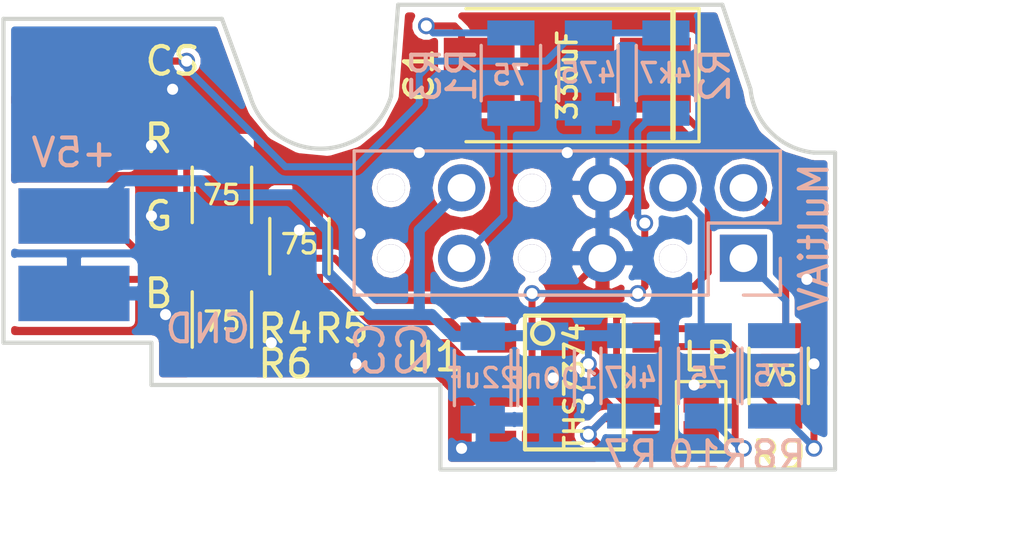
<source format=kicad_pcb>
(kicad_pcb (version 4) (host pcbnew 4.0.7)

  (general
    (links 36)
    (no_connects 0)
    (area 123.622999 95.936999 153.745001 112.851001)
    (thickness 1.6)
    (drawings 18)
    (tracks 256)
    (zones 0)
    (modules 22)
    (nets 18)
  )

  (page A4)
  (layers
    (0 F.Cu signal)
    (31 B.Cu signal)
    (32 B.Adhes user)
    (33 F.Adhes user)
    (34 B.Paste user)
    (35 F.Paste user)
    (36 B.SilkS user)
    (37 F.SilkS user)
    (38 B.Mask user hide)
    (39 F.Mask user hide)
    (40 Dwgs.User user)
    (41 Cmts.User user)
    (42 Eco1.User user)
    (43 Eco2.User user)
    (44 Edge.Cuts user)
    (45 Margin user)
    (46 B.CrtYd user)
    (47 F.CrtYd user)
    (48 B.Fab user hide)
    (49 F.Fab user hide)
  )

  (setup
    (last_trace_width 0.25)
    (trace_clearance 0.2)
    (zone_clearance 0.2)
    (zone_45_only no)
    (trace_min 0.25)
    (segment_width 0.2)
    (edge_width 0.15)
    (via_size 0.6)
    (via_drill 0.4)
    (via_min_size 0.4)
    (via_min_drill 0.3)
    (uvia_size 0.3)
    (uvia_drill 0.1)
    (uvias_allowed no)
    (uvia_min_size 0.2)
    (uvia_min_drill 0.1)
    (pcb_text_width 0.3)
    (pcb_text_size 1.5 1.5)
    (mod_edge_width 0.15)
    (mod_text_size 1 1)
    (mod_text_width 0.15)
    (pad_size 1 1)
    (pad_drill 1)
    (pad_to_mask_clearance 0.2)
    (aux_axis_origin 123.698 96.52)
    (visible_elements 7FFFFFFF)
    (pcbplotparams
      (layerselection 0x01030_80000001)
      (usegerberextensions true)
      (excludeedgelayer true)
      (linewidth 0.100000)
      (plotframeref false)
      (viasonmask false)
      (mode 1)
      (useauxorigin false)
      (hpglpennumber 1)
      (hpglpenspeed 20)
      (hpglpendiameter 15)
      (hpglpenoverlay 2)
      (psnegative false)
      (psa4output false)
      (plotreference true)
      (plotvalue true)
      (plotinvisibletext false)
      (padsonsilk false)
      (subtractmaskfromsilk false)
      (outputformat 1)
      (mirror false)
      (drillshape 0)
      (scaleselection 1)
      (outputdirectory Gerber/))
  )

  (net 0 "")
  (net 1 R_OUT)
  (net 2 G_OUT)
  (net 3 B_OUT)
  (net 4 CVIDEO_OUT)
  (net 5 "Net-(C1-Pad2)")
  (net 6 "Net-(J3-Pad1)")
  (net 7 "Net-(J4-Pad1)")
  (net 8 "Net-(J5-Pad1)")
  (net 9 "Net-(R2-Pad1)")
  (net 10 "Net-(R8-Pad2)")
  (net 11 "Net-(R9-Pad2)")
  (net 12 "Net-(R10-Pad2)")
  (net 13 GND)
  (net 14 "Net-(J8-Pad1)")
  (net 15 +5V)
  (net 16 CVIDEO_EXT)
  (net 17 "Net-(J2-Pad1)")

  (net_class Default "Dies ist die voreingestellte Netzklasse."
    (clearance 0.2)
    (trace_width 0.25)
    (via_dia 0.6)
    (via_drill 0.4)
    (uvia_dia 0.3)
    (uvia_drill 0.1)
    (add_net +5V)
    (add_net B_OUT)
    (add_net CVIDEO_EXT)
    (add_net CVIDEO_OUT)
    (add_net GND)
    (add_net G_OUT)
    (add_net "Net-(C1-Pad2)")
    (add_net "Net-(J2-Pad1)")
    (add_net "Net-(J3-Pad1)")
    (add_net "Net-(J4-Pad1)")
    (add_net "Net-(J5-Pad1)")
    (add_net "Net-(J8-Pad1)")
    (add_net "Net-(R10-Pad2)")
    (add_net "Net-(R2-Pad1)")
    (add_net "Net-(R8-Pad2)")
    (add_net "Net-(R9-Pad2)")
    (add_net R_OUT)
  )

  (module SMD_Packages:SSOP-14 (layer F.Cu) (tedit 5A21847C) (tstamp 5A20D638)
    (at 144.272 109.6391 270)
    (path /5A20BA73)
    (attr smd)
    (fp_text reference U1 (at -0.9271 5.08 360) (layer F.SilkS)
      (effects (font (size 1 1) (thickness 0.15)))
    )
    (fp_text value THS7374 (at 0.1524 0 270) (layer F.SilkS)
      (effects (font (size 0.7 0.7) (thickness 0.13)))
    )
    (fp_line (start -2.413 -1.778) (end 2.413 -1.778) (layer F.SilkS) (width 0.15))
    (fp_line (start 2.413 -1.778) (end 2.413 1.778) (layer F.SilkS) (width 0.15))
    (fp_line (start 2.413 1.778) (end -2.413 1.778) (layer F.SilkS) (width 0.15))
    (fp_line (start -2.413 1.778) (end -2.413 -1.778) (layer F.SilkS) (width 0.15))
    (fp_circle (center -1.778 1.143) (end -2.159 1.143) (layer F.SilkS) (width 0.15))
    (pad 1 smd rect (at -1.9304 2.794 270) (size 0.4318 1.397) (layers F.Cu F.Paste F.Mask)
      (net 6 "Net-(J3-Pad1)"))
    (pad 2 smd rect (at -1.2954 2.794 270) (size 0.4318 1.397) (layers F.Cu F.Paste F.Mask)
      (net 7 "Net-(J4-Pad1)"))
    (pad 3 smd rect (at -0.635 2.794 270) (size 0.4318 1.397) (layers F.Cu F.Paste F.Mask)
      (net 8 "Net-(J5-Pad1)"))
    (pad 4 smd rect (at 0 2.794 270) (size 0.4318 1.397) (layers F.Cu F.Paste F.Mask)
      (net 9 "Net-(R2-Pad1)"))
    (pad 5 smd rect (at 0.6604 2.794 270) (size 0.4318 1.397) (layers F.Cu F.Paste F.Mask)
      (net 13 GND))
    (pad 6 smd rect (at 1.3081 2.794 270) (size 0.4318 1.397) (layers F.Cu F.Paste F.Mask)
      (net 13 GND))
    (pad 7 smd rect (at 1.9558 2.794 270) (size 0.4318 1.397) (layers F.Cu F.Paste F.Mask))
    (pad 8 smd rect (at 1.9558 -2.794 270) (size 0.4318 1.397) (layers F.Cu F.Paste F.Mask))
    (pad 9 smd rect (at 1.3081 -2.794 270) (size 0.4318 1.397) (layers F.Cu F.Paste F.Mask)
      (net 14 "Net-(J8-Pad1)"))
    (pad 10 smd rect (at 0.6604 -2.794 270) (size 0.4318 1.397) (layers F.Cu F.Paste F.Mask)
      (net 15 +5V))
    (pad 11 smd rect (at 0 -2.794 270) (size 0.4318 1.397) (layers F.Cu F.Paste F.Mask)
      (net 4 CVIDEO_OUT))
    (pad 12 smd rect (at -0.6477 -2.794 270) (size 0.4318 1.397) (layers F.Cu F.Paste F.Mask)
      (net 12 "Net-(R10-Pad2)"))
    (pad 13 smd rect (at -1.2954 -2.794 270) (size 0.4318 1.397) (layers F.Cu F.Paste F.Mask)
      (net 11 "Net-(R9-Pad2)"))
    (pad 14 smd rect (at -1.9431 -2.794 270) (size 0.4318 1.397) (layers F.Cu F.Paste F.Mask)
      (net 10 "Net-(R8-Pad2)"))
    (model SMD_Packages.3dshapes/SSOP-14.wrl
      (at (xyz 0 0 0))
      (scale (xyz 0.25 0.35 0.25))
      (rotate (xyz 0 0 0))
    )
  )

  (module Resistors_SMD:R_1206 (layer B.Cu) (tedit 5A2184C4) (tstamp 5A20D0A3)
    (at 144.78 98.478 90)
    (descr "Resistor SMD 1206, reflow soldering, Vishay (see dcrcw.pdf)")
    (tags "resistor 1206")
    (path /5A20F39C)
    (attr smd)
    (fp_text reference R1 (at -0.074 -4.572 90) (layer B.SilkS)
      (effects (font (size 1 1) (thickness 0.15)) (justify mirror))
    )
    (fp_text value 475 (at 0 0 180) (layer B.SilkS)
      (effects (font (size 0.7 0.7) (thickness 0.13)) (justify mirror))
    )
    (fp_text user %R (at 0 0 90) (layer B.Fab)
      (effects (font (size 0.7 0.7) (thickness 0.105)) (justify mirror))
    )
    (fp_line (start -1.6 -0.8) (end -1.6 0.8) (layer B.Fab) (width 0.1))
    (fp_line (start 1.6 -0.8) (end -1.6 -0.8) (layer B.Fab) (width 0.1))
    (fp_line (start 1.6 0.8) (end 1.6 -0.8) (layer B.Fab) (width 0.1))
    (fp_line (start -1.6 0.8) (end 1.6 0.8) (layer B.Fab) (width 0.1))
    (fp_line (start 1 -1.07) (end -1 -1.07) (layer B.SilkS) (width 0.12))
    (fp_line (start -1 1.07) (end 1 1.07) (layer B.SilkS) (width 0.12))
    (fp_line (start -2.15 1.11) (end 2.15 1.11) (layer B.CrtYd) (width 0.05))
    (fp_line (start -2.15 1.11) (end -2.15 -1.1) (layer B.CrtYd) (width 0.05))
    (fp_line (start 2.15 -1.1) (end 2.15 1.11) (layer B.CrtYd) (width 0.05))
    (fp_line (start 2.15 -1.1) (end -2.15 -1.1) (layer B.CrtYd) (width 0.05))
    (pad 1 smd rect (at -1.45 0 90) (size 0.9 1.7) (layers B.Cu B.Paste B.Mask)
      (net 13 GND))
    (pad 2 smd rect (at 1.45 0 90) (size 0.9 1.7) (layers B.Cu B.Paste B.Mask)
      (net 17 "Net-(J2-Pad1)"))
    (model ${KISYS3DMOD}/Resistors_SMD.3dshapes/R_1206.wrl
      (at (xyz 0 0 0))
      (scale (xyz 1 1 1))
      (rotate (xyz 0 0 0))
    )
  )

  (module Resistors_SMD:R_1206 (layer B.Cu) (tedit 5A2184EB) (tstamp 5A20D0A9)
    (at 147.574 98.478 90)
    (descr "Resistor SMD 1206, reflow soldering, Vishay (see dcrcw.pdf)")
    (tags "resistor 1206")
    (path /5A20F2BA)
    (attr smd)
    (fp_text reference R2 (at -0.074 1.778 90) (layer B.SilkS)
      (effects (font (size 1 1) (thickness 0.15)) (justify mirror))
    )
    (fp_text value 4k7 (at 0 0 180) (layer B.SilkS)
      (effects (font (size 0.7 0.7) (thickness 0.13)) (justify mirror))
    )
    (fp_text user %R (at 0 -2.032 90) (layer B.Fab)
      (effects (font (size 0.7 0.7) (thickness 0.105)) (justify mirror))
    )
    (fp_line (start -1.6 -0.8) (end -1.6 0.8) (layer B.Fab) (width 0.1))
    (fp_line (start 1.6 -0.8) (end -1.6 -0.8) (layer B.Fab) (width 0.1))
    (fp_line (start 1.6 0.8) (end 1.6 -0.8) (layer B.Fab) (width 0.1))
    (fp_line (start -1.6 0.8) (end 1.6 0.8) (layer B.Fab) (width 0.1))
    (fp_line (start 1 -1.07) (end -1 -1.07) (layer B.SilkS) (width 0.12))
    (fp_line (start -1 1.07) (end 1 1.07) (layer B.SilkS) (width 0.12))
    (fp_line (start -2.15 1.11) (end 2.15 1.11) (layer B.CrtYd) (width 0.05))
    (fp_line (start -2.15 1.11) (end -2.15 -1.1) (layer B.CrtYd) (width 0.05))
    (fp_line (start 2.15 -1.1) (end 2.15 1.11) (layer B.CrtYd) (width 0.05))
    (fp_line (start 2.15 -1.1) (end -2.15 -1.1) (layer B.CrtYd) (width 0.05))
    (pad 1 smd rect (at -1.45 0 90) (size 0.9 1.7) (layers B.Cu B.Paste B.Mask)
      (net 9 "Net-(R2-Pad1)"))
    (pad 2 smd rect (at 1.45 0 90) (size 0.9 1.7) (layers B.Cu B.Paste B.Mask)
      (net 17 "Net-(J2-Pad1)"))
    (model ${KISYS3DMOD}/Resistors_SMD.3dshapes/R_1206.wrl
      (at (xyz 0 0 0))
      (scale (xyz 1 1 1))
      (rotate (xyz 0 0 0))
    )
  )

  (module Resistors_SMD:R_1206 (layer B.Cu) (tedit 5A21849A) (tstamp 5A20D0AF)
    (at 141.986 98.478 90)
    (descr "Resistor SMD 1206, reflow soldering, Vishay (see dcrcw.pdf)")
    (tags "resistor 1206")
    (path /5A20D025)
    (attr smd)
    (fp_text reference R3 (at -0.074 -3.048 90) (layer B.SilkS)
      (effects (font (size 1 1) (thickness 0.15)) (justify mirror))
    )
    (fp_text value 75 (at -0.074 0 180) (layer B.SilkS)
      (effects (font (size 0.7 0.7) (thickness 0.13)) (justify mirror))
    )
    (fp_text user %R (at 0 0 90) (layer B.Fab)
      (effects (font (size 0.7 0.7) (thickness 0.105)) (justify mirror))
    )
    (fp_line (start -1.6 -0.8) (end -1.6 0.8) (layer B.Fab) (width 0.1))
    (fp_line (start 1.6 -0.8) (end -1.6 -0.8) (layer B.Fab) (width 0.1))
    (fp_line (start 1.6 0.8) (end 1.6 -0.8) (layer B.Fab) (width 0.1))
    (fp_line (start -1.6 0.8) (end 1.6 0.8) (layer B.Fab) (width 0.1))
    (fp_line (start 1 -1.07) (end -1 -1.07) (layer B.SilkS) (width 0.12))
    (fp_line (start -1 1.07) (end 1 1.07) (layer B.SilkS) (width 0.12))
    (fp_line (start -2.15 1.11) (end 2.15 1.11) (layer B.CrtYd) (width 0.05))
    (fp_line (start -2.15 1.11) (end -2.15 -1.1) (layer B.CrtYd) (width 0.05))
    (fp_line (start 2.15 -1.1) (end 2.15 1.11) (layer B.CrtYd) (width 0.05))
    (fp_line (start 2.15 -1.1) (end -2.15 -1.1) (layer B.CrtYd) (width 0.05))
    (pad 1 smd rect (at -1.45 0 90) (size 0.9 1.7) (layers B.Cu B.Paste B.Mask)
      (net 16 CVIDEO_EXT))
    (pad 2 smd rect (at 1.45 0 90) (size 0.9 1.7) (layers B.Cu B.Paste B.Mask)
      (net 5 "Net-(C1-Pad2)"))
    (model ${KISYS3DMOD}/Resistors_SMD.3dshapes/R_1206.wrl
      (at (xyz 0 0 0))
      (scale (xyz 1 1 1))
      (rotate (xyz 0 0 0))
    )
  )

  (module Resistors_SMD:R_1206 (layer F.Cu) (tedit 5A2183C2) (tstamp 5A20D0B5)
    (at 131.572 102.87 90)
    (descr "Resistor SMD 1206, reflow soldering, Vishay (see dcrcw.pdf)")
    (tags "resistor 1206")
    (path /5A20DF12)
    (attr smd)
    (fp_text reference R4 (at -4.826 2.286 180) (layer F.SilkS)
      (effects (font (size 1 1) (thickness 0.15)))
    )
    (fp_text value 75 (at 0 0 180) (layer F.SilkS)
      (effects (font (size 0.7 0.7) (thickness 0.12)))
    )
    (fp_text user %R (at 0 0 90) (layer F.Fab)
      (effects (font (size 0.7 0.7) (thickness 0.105)))
    )
    (fp_line (start -1.6 0.8) (end -1.6 -0.8) (layer F.Fab) (width 0.1))
    (fp_line (start 1.6 0.8) (end -1.6 0.8) (layer F.Fab) (width 0.1))
    (fp_line (start 1.6 -0.8) (end 1.6 0.8) (layer F.Fab) (width 0.1))
    (fp_line (start -1.6 -0.8) (end 1.6 -0.8) (layer F.Fab) (width 0.1))
    (fp_line (start 1 1.07) (end -1 1.07) (layer F.SilkS) (width 0.12))
    (fp_line (start -1 -1.07) (end 1 -1.07) (layer F.SilkS) (width 0.12))
    (fp_line (start -2.15 -1.11) (end 2.15 -1.11) (layer F.CrtYd) (width 0.05))
    (fp_line (start -2.15 -1.11) (end -2.15 1.1) (layer F.CrtYd) (width 0.05))
    (fp_line (start 2.15 1.1) (end 2.15 -1.11) (layer F.CrtYd) (width 0.05))
    (fp_line (start 2.15 1.1) (end -2.15 1.1) (layer F.CrtYd) (width 0.05))
    (pad 1 smd rect (at -1.45 0 90) (size 0.9 1.7) (layers F.Cu F.Paste F.Mask)
      (net 6 "Net-(J3-Pad1)"))
    (pad 2 smd rect (at 1.45 0 90) (size 0.9 1.7) (layers F.Cu F.Paste F.Mask)
      (net 13 GND))
    (model ${KISYS3DMOD}/Resistors_SMD.3dshapes/R_1206.wrl
      (at (xyz 0 0 0))
      (scale (xyz 1 1 1))
      (rotate (xyz 0 0 0))
    )
  )

  (module Resistors_SMD:R_1206 (layer F.Cu) (tedit 5A2183DC) (tstamp 5A20D0BB)
    (at 134.366 104.722 90)
    (descr "Resistor SMD 1206, reflow soldering, Vishay (see dcrcw.pdf)")
    (tags "resistor 1206")
    (path /5A20DF18)
    (attr smd)
    (fp_text reference R5 (at -2.974 1.524 180) (layer F.SilkS)
      (effects (font (size 1 1) (thickness 0.15)))
    )
    (fp_text value 75 (at 0.074 0 180) (layer F.SilkS)
      (effects (font (size 0.7 0.7) (thickness 0.12)))
    )
    (fp_text user %R (at 0 0 90) (layer F.Fab)
      (effects (font (size 0.7 0.7) (thickness 0.105)))
    )
    (fp_line (start -1.6 0.8) (end -1.6 -0.8) (layer F.Fab) (width 0.1))
    (fp_line (start 1.6 0.8) (end -1.6 0.8) (layer F.Fab) (width 0.1))
    (fp_line (start 1.6 -0.8) (end 1.6 0.8) (layer F.Fab) (width 0.1))
    (fp_line (start -1.6 -0.8) (end 1.6 -0.8) (layer F.Fab) (width 0.1))
    (fp_line (start 1 1.07) (end -1 1.07) (layer F.SilkS) (width 0.12))
    (fp_line (start -1 -1.07) (end 1 -1.07) (layer F.SilkS) (width 0.12))
    (fp_line (start -2.15 -1.11) (end 2.15 -1.11) (layer F.CrtYd) (width 0.05))
    (fp_line (start -2.15 -1.11) (end -2.15 1.1) (layer F.CrtYd) (width 0.05))
    (fp_line (start 2.15 1.1) (end 2.15 -1.11) (layer F.CrtYd) (width 0.05))
    (fp_line (start 2.15 1.1) (end -2.15 1.1) (layer F.CrtYd) (width 0.05))
    (pad 1 smd rect (at -1.45 0 90) (size 0.9 1.7) (layers F.Cu F.Paste F.Mask)
      (net 7 "Net-(J4-Pad1)"))
    (pad 2 smd rect (at 1.45 0 90) (size 0.9 1.7) (layers F.Cu F.Paste F.Mask)
      (net 13 GND))
    (model ${KISYS3DMOD}/Resistors_SMD.3dshapes/R_1206.wrl
      (at (xyz 0 0 0))
      (scale (xyz 1 1 1))
      (rotate (xyz 0 0 0))
    )
  )

  (module Resistors_SMD:R_1206 (layer F.Cu) (tedit 5A2183D6) (tstamp 5A20D0C1)
    (at 131.572 107.368 270)
    (descr "Resistor SMD 1206, reflow soldering, Vishay (see dcrcw.pdf)")
    (tags "resistor 1206")
    (path /5A20DF1E)
    (attr smd)
    (fp_text reference R6 (at 1.598 -2.286 360) (layer F.SilkS)
      (effects (font (size 1 1) (thickness 0.15)))
    )
    (fp_text value 75 (at 0.074 0 360) (layer F.SilkS)
      (effects (font (size 0.7 0.7) (thickness 0.12)))
    )
    (fp_text user %R (at 0 0 270) (layer F.Fab)
      (effects (font (size 0.7 0.7) (thickness 0.105)))
    )
    (fp_line (start -1.6 0.8) (end -1.6 -0.8) (layer F.Fab) (width 0.1))
    (fp_line (start 1.6 0.8) (end -1.6 0.8) (layer F.Fab) (width 0.1))
    (fp_line (start 1.6 -0.8) (end 1.6 0.8) (layer F.Fab) (width 0.1))
    (fp_line (start -1.6 -0.8) (end 1.6 -0.8) (layer F.Fab) (width 0.1))
    (fp_line (start 1 1.07) (end -1 1.07) (layer F.SilkS) (width 0.12))
    (fp_line (start -1 -1.07) (end 1 -1.07) (layer F.SilkS) (width 0.12))
    (fp_line (start -2.15 -1.11) (end 2.15 -1.11) (layer F.CrtYd) (width 0.05))
    (fp_line (start -2.15 -1.11) (end -2.15 1.1) (layer F.CrtYd) (width 0.05))
    (fp_line (start 2.15 1.1) (end 2.15 -1.11) (layer F.CrtYd) (width 0.05))
    (fp_line (start 2.15 1.1) (end -2.15 1.1) (layer F.CrtYd) (width 0.05))
    (pad 1 smd rect (at -1.45 0 270) (size 0.9 1.7) (layers F.Cu F.Paste F.Mask)
      (net 8 "Net-(J5-Pad1)"))
    (pad 2 smd rect (at 1.45 0 270) (size 0.9 1.7) (layers F.Cu F.Paste F.Mask)
      (net 13 GND))
    (model ${KISYS3DMOD}/Resistors_SMD.3dshapes/R_1206.wrl
      (at (xyz 0 0 0))
      (scale (xyz 1 1 1))
      (rotate (xyz 0 0 0))
    )
  )

  (module Resistors_SMD:R_1206 (layer B.Cu) (tedit 5A2184FD) (tstamp 5A20D0C7)
    (at 146.304 109.4 270)
    (descr "Resistor SMD 1206, reflow soldering, Vishay (see dcrcw.pdf)")
    (tags "resistor 1206")
    (path /5A20EE56)
    (attr smd)
    (fp_text reference R7 (at 2.868 0 540) (layer B.SilkS)
      (effects (font (size 1 1) (thickness 0.15)) (justify mirror))
    )
    (fp_text value 4k7 (at 0.074 0 360) (layer B.SilkS)
      (effects (font (size 0.7 0.7) (thickness 0.13)) (justify mirror))
    )
    (fp_text user %R (at 0 0 270) (layer B.Fab)
      (effects (font (size 0.7 0.7) (thickness 0.105)) (justify mirror))
    )
    (fp_line (start -1.6 -0.8) (end -1.6 0.8) (layer B.Fab) (width 0.1))
    (fp_line (start 1.6 -0.8) (end -1.6 -0.8) (layer B.Fab) (width 0.1))
    (fp_line (start 1.6 0.8) (end 1.6 -0.8) (layer B.Fab) (width 0.1))
    (fp_line (start -1.6 0.8) (end 1.6 0.8) (layer B.Fab) (width 0.1))
    (fp_line (start 1 -1.07) (end -1 -1.07) (layer B.SilkS) (width 0.12))
    (fp_line (start -1 1.07) (end 1 1.07) (layer B.SilkS) (width 0.12))
    (fp_line (start -2.15 1.11) (end 2.15 1.11) (layer B.CrtYd) (width 0.05))
    (fp_line (start -2.15 1.11) (end -2.15 -1.1) (layer B.CrtYd) (width 0.05))
    (fp_line (start 2.15 -1.1) (end 2.15 1.11) (layer B.CrtYd) (width 0.05))
    (fp_line (start 2.15 -1.1) (end -2.15 -1.1) (layer B.CrtYd) (width 0.05))
    (pad 1 smd rect (at -1.45 0 270) (size 0.9 1.7) (layers B.Cu B.Paste B.Mask)
      (net 15 +5V))
    (pad 2 smd rect (at 1.45 0 270) (size 0.9 1.7) (layers B.Cu B.Paste B.Mask)
      (net 14 "Net-(J8-Pad1)"))
    (model ${KISYS3DMOD}/Resistors_SMD.3dshapes/R_1206.wrl
      (at (xyz 0 0 0))
      (scale (xyz 1 1 1))
      (rotate (xyz 0 0 0))
    )
  )

  (module Resistors_SMD:R_1206 (layer B.Cu) (tedit 5A218521) (tstamp 5A20D0CD)
    (at 151.384 109.4 270)
    (descr "Resistor SMD 1206, reflow soldering, Vishay (see dcrcw.pdf)")
    (tags "resistor 1206")
    (path /5A20D15C)
    (attr smd)
    (fp_text reference R8 (at 2.868 -0.254 360) (layer B.SilkS)
      (effects (font (size 1 1) (thickness 0.15)) (justify mirror))
    )
    (fp_text value 75 (at 0 0 360) (layer B.SilkS)
      (effects (font (size 0.7 0.7) (thickness 0.13)) (justify mirror))
    )
    (fp_text user %R (at 0 0 270) (layer B.Fab)
      (effects (font (size 0.7 0.7) (thickness 0.105)) (justify mirror))
    )
    (fp_line (start -1.6 -0.8) (end -1.6 0.8) (layer B.Fab) (width 0.1))
    (fp_line (start 1.6 -0.8) (end -1.6 -0.8) (layer B.Fab) (width 0.1))
    (fp_line (start 1.6 0.8) (end 1.6 -0.8) (layer B.Fab) (width 0.1))
    (fp_line (start -1.6 0.8) (end 1.6 0.8) (layer B.Fab) (width 0.1))
    (fp_line (start 1 -1.07) (end -1 -1.07) (layer B.SilkS) (width 0.12))
    (fp_line (start -1 1.07) (end 1 1.07) (layer B.SilkS) (width 0.12))
    (fp_line (start -2.15 1.11) (end 2.15 1.11) (layer B.CrtYd) (width 0.05))
    (fp_line (start -2.15 1.11) (end -2.15 -1.1) (layer B.CrtYd) (width 0.05))
    (fp_line (start 2.15 -1.1) (end 2.15 1.11) (layer B.CrtYd) (width 0.05))
    (fp_line (start 2.15 -1.1) (end -2.15 -1.1) (layer B.CrtYd) (width 0.05))
    (pad 1 smd rect (at -1.45 0 270) (size 0.9 1.7) (layers B.Cu B.Paste B.Mask)
      (net 1 R_OUT))
    (pad 2 smd rect (at 1.45 0 270) (size 0.9 1.7) (layers B.Cu B.Paste B.Mask)
      (net 10 "Net-(R8-Pad2)"))
    (model ${KISYS3DMOD}/Resistors_SMD.3dshapes/R_1206.wrl
      (at (xyz 0 0 0))
      (scale (xyz 1 1 1))
      (rotate (xyz 0 0 0))
    )
  )

  (module Resistors_SMD:R_1206 (layer F.Cu) (tedit 5A218518) (tstamp 5A20D0D3)
    (at 151.638 109.4 270)
    (descr "Resistor SMD 1206, reflow soldering, Vishay (see dcrcw.pdf)")
    (tags "resistor 1206")
    (path /5A20D19B)
    (attr smd)
    (fp_text reference R9 (at 2.868 0 360) (layer F.SilkS)
      (effects (font (size 1 1) (thickness 0.15)))
    )
    (fp_text value 75 (at 0 0 540) (layer F.SilkS)
      (effects (font (size 0.7 0.7) (thickness 0.13)))
    )
    (fp_text user %R (at 0 0 270) (layer F.Fab)
      (effects (font (size 0.7 0.7) (thickness 0.105)))
    )
    (fp_line (start -1.6 0.8) (end -1.6 -0.8) (layer F.Fab) (width 0.1))
    (fp_line (start 1.6 0.8) (end -1.6 0.8) (layer F.Fab) (width 0.1))
    (fp_line (start 1.6 -0.8) (end 1.6 0.8) (layer F.Fab) (width 0.1))
    (fp_line (start -1.6 -0.8) (end 1.6 -0.8) (layer F.Fab) (width 0.1))
    (fp_line (start 1 1.07) (end -1 1.07) (layer F.SilkS) (width 0.12))
    (fp_line (start -1 -1.07) (end 1 -1.07) (layer F.SilkS) (width 0.12))
    (fp_line (start -2.15 -1.11) (end 2.15 -1.11) (layer F.CrtYd) (width 0.05))
    (fp_line (start -2.15 -1.11) (end -2.15 1.1) (layer F.CrtYd) (width 0.05))
    (fp_line (start 2.15 1.1) (end 2.15 -1.11) (layer F.CrtYd) (width 0.05))
    (fp_line (start 2.15 1.1) (end -2.15 1.1) (layer F.CrtYd) (width 0.05))
    (pad 1 smd rect (at -1.45 0 270) (size 0.9 1.7) (layers F.Cu F.Paste F.Mask)
      (net 2 G_OUT))
    (pad 2 smd rect (at 1.45 0 270) (size 0.9 1.7) (layers F.Cu F.Paste F.Mask)
      (net 11 "Net-(R9-Pad2)"))
    (model ${KISYS3DMOD}/Resistors_SMD.3dshapes/R_1206.wrl
      (at (xyz 0 0 0))
      (scale (xyz 1 1 1))
      (rotate (xyz 0 0 0))
    )
  )

  (module Resistors_SMD:R_1206 (layer B.Cu) (tedit 5A21850B) (tstamp 5A20D0D9)
    (at 149.098 109.4 270)
    (descr "Resistor SMD 1206, reflow soldering, Vishay (see dcrcw.pdf)")
    (tags "resistor 1206")
    (path /5A20D1DE)
    (attr smd)
    (fp_text reference R10 (at 2.868 0 540) (layer B.SilkS)
      (effects (font (size 1 1) (thickness 0.15)) (justify mirror))
    )
    (fp_text value 75 (at 0.074 0 360) (layer B.SilkS)
      (effects (font (size 0.7 0.7) (thickness 0.13)) (justify mirror))
    )
    (fp_text user %R (at 0 0 270) (layer B.Fab)
      (effects (font (size 0.7 0.7) (thickness 0.105)) (justify mirror))
    )
    (fp_line (start -1.6 -0.8) (end -1.6 0.8) (layer B.Fab) (width 0.1))
    (fp_line (start 1.6 -0.8) (end -1.6 -0.8) (layer B.Fab) (width 0.1))
    (fp_line (start 1.6 0.8) (end 1.6 -0.8) (layer B.Fab) (width 0.1))
    (fp_line (start -1.6 0.8) (end 1.6 0.8) (layer B.Fab) (width 0.1))
    (fp_line (start 1 -1.07) (end -1 -1.07) (layer B.SilkS) (width 0.12))
    (fp_line (start -1 1.07) (end 1 1.07) (layer B.SilkS) (width 0.12))
    (fp_line (start -2.15 1.11) (end 2.15 1.11) (layer B.CrtYd) (width 0.05))
    (fp_line (start -2.15 1.11) (end -2.15 -1.1) (layer B.CrtYd) (width 0.05))
    (fp_line (start 2.15 -1.1) (end 2.15 1.11) (layer B.CrtYd) (width 0.05))
    (fp_line (start 2.15 -1.1) (end -2.15 -1.1) (layer B.CrtYd) (width 0.05))
    (pad 1 smd rect (at -1.45 0 270) (size 0.9 1.7) (layers B.Cu B.Paste B.Mask)
      (net 3 B_OUT))
    (pad 2 smd rect (at 1.45 0 270) (size 0.9 1.7) (layers B.Cu B.Paste B.Mask)
      (net 12 "Net-(R10-Pad2)"))
    (model ${KISYS3DMOD}/Resistors_SMD.3dshapes/R_1206.wrl
      (at (xyz 0 0 0))
      (scale (xyz 1 1 1))
      (rotate (xyz 0 0 0))
    )
  )

  (module .pretty:SMD_PAD_2x4 (layer F.Cu) (tedit 5A219407) (tstamp 5A20D32C)
    (at 126.238 98.044 270)
    (path /5A214CB7)
    (fp_text reference J2 (at 0 3.2 270) (layer F.Fab)
      (effects (font (size 1 1) (thickness 0.15)))
    )
    (fp_text value CS (at 0 -3.556 360) (layer F.SilkS)
      (effects (font (size 1 1) (thickness 0.15)))
    )
    (pad 1 smd rect (at 0 0 270) (size 2 4) (layers F.Cu F.Paste F.Mask)
      (net 17 "Net-(J2-Pad1)"))
  )

  (module .pretty:SMD_PAD_2x4 (layer F.Cu) (tedit 5A21940A) (tstamp 5A20D331)
    (at 126.238 100.838 270)
    (path /5A212A7A)
    (fp_text reference J3 (at 0 3.2 270) (layer F.Fab)
      (effects (font (size 1 1) (thickness 0.15)))
    )
    (fp_text value R (at 0 -3.048 360) (layer F.SilkS)
      (effects (font (size 1 1) (thickness 0.15)))
    )
    (pad 1 smd rect (at 0 0 270) (size 2 4) (layers F.Cu F.Paste F.Mask)
      (net 6 "Net-(J3-Pad1)"))
  )

  (module .pretty:SMD_PAD_2x4 (layer F.Cu) (tedit 5A21940D) (tstamp 5A20D336)
    (at 126.238 103.632 270)
    (path /5A212B70)
    (fp_text reference J4 (at 0 3.2 270) (layer F.Fab)
      (effects (font (size 1 1) (thickness 0.15)))
    )
    (fp_text value G (at 0 -3.048 360) (layer F.SilkS)
      (effects (font (size 1 1) (thickness 0.15)))
    )
    (pad 1 smd rect (at 0 0 270) (size 2 4) (layers F.Cu F.Paste F.Mask)
      (net 7 "Net-(J4-Pad1)"))
  )

  (module .pretty:SMD_PAD_2x4 (layer F.Cu) (tedit 5A219414) (tstamp 5A20D33B)
    (at 126.238 106.426 270)
    (path /5A212BB9)
    (fp_text reference J5 (at 0 3.2 270) (layer F.Fab)
      (effects (font (size 1 1) (thickness 0.15)))
    )
    (fp_text value B (at 0 -3.048 360) (layer F.SilkS)
      (effects (font (size 1 1) (thickness 0.15)))
    )
    (pad 1 smd rect (at 0 0 270) (size 2 4) (layers F.Cu F.Paste F.Mask)
      (net 8 "Net-(J5-Pad1)"))
  )

  (module .pretty:SMD_PAD_2x4 (layer B.Cu) (tedit 5A21942A) (tstamp 5A20D340)
    (at 126.238 106.426 90)
    (path /5A21104F)
    (fp_text reference J6 (at 0 -3.2 90) (layer B.Fab)
      (effects (font (size 1 1) (thickness 0.15)) (justify mirror))
    )
    (fp_text value GND (at -1.27 4.826 180) (layer B.SilkS)
      (effects (font (size 1 1) (thickness 0.15)) (justify mirror))
    )
    (pad 1 smd rect (at 0 0 90) (size 2 4) (layers B.Cu B.Paste B.Mask)
      (net 13 GND))
  )

  (module .pretty:SMD_PAD_2x4 (layer B.Cu) (tedit 5A219423) (tstamp 5A20D345)
    (at 126.238 103.632 90)
    (path /5A2110B0)
    (fp_text reference J7 (at 0 -3.2 90) (layer B.Fab)
      (effects (font (size 1 1) (thickness 0.15)) (justify mirror))
    )
    (fp_text value +5V (at 2.286 0 180) (layer B.SilkS)
      (effects (font (size 1 1) (thickness 0.15)) (justify mirror))
    )
    (pad 1 smd rect (at 0 0 90) (size 2 4) (layers B.Cu B.Paste B.Mask)
      (net 15 +5V))
  )

  (module Capacitors_Tantalum_SMD:CP_Tantalum_Case-D_EIA-7343-31_Reflow (layer F.Cu) (tedit 5A21845B) (tstamp 5A20D3B7)
    (at 144.018 98.552 180)
    (descr "Tantalum capacitor, Case D, EIA 7343-31, 7.3x4.3x2.8mm, Reflow soldering footprint")
    (tags "capacitor tantalum smd")
    (path /5A20CE4B)
    (attr smd)
    (fp_text reference C1 (at 5.334 0 270) (layer F.SilkS)
      (effects (font (size 1 1) (thickness 0.15)))
    )
    (fp_text value 330uF (at 0 0 270) (layer F.SilkS)
      (effects (font (size 0.7 0.7) (thickness 0.13)))
    )
    (fp_text user %R (at -5.588 0.508 270) (layer F.Fab)
      (effects (font (size 1 1) (thickness 0.15)))
    )
    (fp_line (start -4.85 -2.5) (end -4.85 2.5) (layer F.CrtYd) (width 0.05))
    (fp_line (start -4.85 2.5) (end 4.85 2.5) (layer F.CrtYd) (width 0.05))
    (fp_line (start 4.85 2.5) (end 4.85 -2.5) (layer F.CrtYd) (width 0.05))
    (fp_line (start 4.85 -2.5) (end -4.85 -2.5) (layer F.CrtYd) (width 0.05))
    (fp_line (start -3.65 -2.15) (end -3.65 2.15) (layer F.Fab) (width 0.1))
    (fp_line (start -3.65 2.15) (end 3.65 2.15) (layer F.Fab) (width 0.1))
    (fp_line (start 3.65 2.15) (end 3.65 -2.15) (layer F.Fab) (width 0.1))
    (fp_line (start 3.65 -2.15) (end -3.65 -2.15) (layer F.Fab) (width 0.1))
    (fp_line (start -2.92 -2.15) (end -2.92 2.15) (layer F.Fab) (width 0.1))
    (fp_line (start -2.555 -2.15) (end -2.555 2.15) (layer F.Fab) (width 0.1))
    (fp_line (start -4.75 -2.4) (end 3.65 -2.4) (layer F.SilkS) (width 0.12))
    (fp_line (start -4.75 2.4) (end 3.65 2.4) (layer F.SilkS) (width 0.12))
    (fp_line (start -4.75 -2.4) (end -4.75 2.4) (layer F.SilkS) (width 0.12))
    (pad 1 smd rect (at -3.175 0 180) (size 2.55 2.7) (layers F.Cu F.Paste F.Mask)
      (net 4 CVIDEO_OUT))
    (pad 2 smd rect (at 3.175 0 180) (size 2.55 2.7) (layers F.Cu F.Paste F.Mask)
      (net 5 "Net-(C1-Pad2)"))
    (model Capacitors_Tantalum_SMD.3dshapes/CP_Tantalum_Case-D_EIA-7343-31.wrl
      (at (xyz 0 0 0))
      (scale (xyz 1 1 1))
      (rotate (xyz 0 0 0))
    )
  )

  (module Capacitors_SMD:C_1206 (layer B.Cu) (tedit 5A22EBF8) (tstamp 5A21BCAE)
    (at 143.256 109.474 270)
    (descr "Capacitor SMD 1206, reflow soldering, AVX (see smccp.pdf)")
    (tags "capacitor 1206")
    (path /5A21F0D4)
    (attr smd)
    (fp_text reference C2 (at -1.016 4.826 270) (layer B.SilkS)
      (effects (font (size 1 1) (thickness 0.15)) (justify mirror))
    )
    (fp_text value 100nF (at 0.024 -0.254 360) (layer B.SilkS)
      (effects (font (size 0.7 0.7) (thickness 0.12)) (justify mirror))
    )
    (fp_text user %R (at 0 1.75 270) (layer B.Fab)
      (effects (font (size 1 1) (thickness 0.15)) (justify mirror))
    )
    (fp_line (start -1.6 -0.8) (end -1.6 0.8) (layer B.Fab) (width 0.1))
    (fp_line (start 1.6 -0.8) (end -1.6 -0.8) (layer B.Fab) (width 0.1))
    (fp_line (start 1.6 0.8) (end 1.6 -0.8) (layer B.Fab) (width 0.1))
    (fp_line (start -1.6 0.8) (end 1.6 0.8) (layer B.Fab) (width 0.1))
    (fp_line (start 1 1.02) (end -1 1.02) (layer B.SilkS) (width 0.12))
    (fp_line (start -1 -1.02) (end 1 -1.02) (layer B.SilkS) (width 0.12))
    (fp_line (start -2.25 1.05) (end 2.25 1.05) (layer B.CrtYd) (width 0.05))
    (fp_line (start -2.25 1.05) (end -2.25 -1.05) (layer B.CrtYd) (width 0.05))
    (fp_line (start 2.25 -1.05) (end 2.25 1.05) (layer B.CrtYd) (width 0.05))
    (fp_line (start 2.25 -1.05) (end -2.25 -1.05) (layer B.CrtYd) (width 0.05))
    (pad 1 smd rect (at -1.5 0 270) (size 1 1.6) (layers B.Cu B.Paste B.Mask)
      (net 15 +5V))
    (pad 2 smd rect (at 1.5 0 270) (size 1 1.6) (layers B.Cu B.Paste B.Mask)
      (net 13 GND))
    (model Capacitors_SMD.3dshapes/C_1206.wrl
      (at (xyz 0 0 0))
      (scale (xyz 1 1 1))
      (rotate (xyz 0 0 0))
    )
  )

  (module Capacitors_SMD:C_1206 (layer B.Cu) (tedit 5A22EBFD) (tstamp 5A21BCB4)
    (at 140.97 109.474 270)
    (descr "Capacitor SMD 1206, reflow soldering, AVX (see smccp.pdf)")
    (tags "capacitor 1206")
    (path /5A21F137)
    (attr smd)
    (fp_text reference C3 (at -1.016 4.064 270) (layer B.SilkS)
      (effects (font (size 1 1) (thickness 0.15)) (justify mirror))
    )
    (fp_text value 22uF (at 0 0 360) (layer B.SilkS)
      (effects (font (size 0.7 0.7) (thickness 0.12)) (justify mirror))
    )
    (fp_text user %R (at 0 1.75 270) (layer B.Fab)
      (effects (font (size 1 1) (thickness 0.15)) (justify mirror))
    )
    (fp_line (start -1.6 -0.8) (end -1.6 0.8) (layer B.Fab) (width 0.1))
    (fp_line (start 1.6 -0.8) (end -1.6 -0.8) (layer B.Fab) (width 0.1))
    (fp_line (start 1.6 0.8) (end 1.6 -0.8) (layer B.Fab) (width 0.1))
    (fp_line (start -1.6 0.8) (end 1.6 0.8) (layer B.Fab) (width 0.1))
    (fp_line (start 1 1.02) (end -1 1.02) (layer B.SilkS) (width 0.12))
    (fp_line (start -1 -1.02) (end 1 -1.02) (layer B.SilkS) (width 0.12))
    (fp_line (start -2.25 1.05) (end 2.25 1.05) (layer B.CrtYd) (width 0.05))
    (fp_line (start -2.25 1.05) (end -2.25 -1.05) (layer B.CrtYd) (width 0.05))
    (fp_line (start 2.25 -1.05) (end 2.25 1.05) (layer B.CrtYd) (width 0.05))
    (fp_line (start 2.25 -1.05) (end -2.25 -1.05) (layer B.CrtYd) (width 0.05))
    (pad 1 smd rect (at -1.5 0 270) (size 1 1.6) (layers B.Cu B.Paste B.Mask)
      (net 15 +5V))
    (pad 2 smd rect (at 1.5 0 270) (size 1 1.6) (layers B.Cu B.Paste B.Mask)
      (net 13 GND))
    (model Capacitors_SMD.3dshapes/C_1206.wrl
      (at (xyz 0 0 0))
      (scale (xyz 1 1 1))
      (rotate (xyz 0 0 0))
    )
  )

  (module Connect:GS2 (layer F.Cu) (tedit 5A22DE94) (tstamp 5A21C531)
    (at 148.844 110.876 180)
    (descr "2-pin solder bridge")
    (tags "solder bridge")
    (path /5A220337)
    (attr smd)
    (fp_text reference LP (at -0.254 2.164 180) (layer F.SilkS)
      (effects (font (size 1 1) (thickness 0.15)))
    )
    (fp_text value GS2 (at -0.254 2.164 180) (layer F.Fab)
      (effects (font (size 1 1) (thickness 0.15)))
    )
    (fp_line (start 1.1 -1.45) (end 1.1 1.5) (layer F.CrtYd) (width 0.05))
    (fp_line (start 1.1 1.5) (end -1.1 1.5) (layer F.CrtYd) (width 0.05))
    (fp_line (start -1.1 1.5) (end -1.1 -1.45) (layer F.CrtYd) (width 0.05))
    (fp_line (start -1.1 -1.45) (end 1.1 -1.45) (layer F.CrtYd) (width 0.05))
    (fp_line (start -0.89 -1.27) (end -0.89 1.27) (layer F.SilkS) (width 0.12))
    (fp_line (start 0.89 1.27) (end 0.89 -1.27) (layer F.SilkS) (width 0.12))
    (fp_line (start 0.89 1.27) (end -0.89 1.27) (layer F.SilkS) (width 0.12))
    (fp_line (start -0.89 -1.27) (end 0.89 -1.27) (layer F.SilkS) (width 0.12))
    (pad 1 smd rect (at 0 -0.64 180) (size 1.27 0.97) (layers F.Cu F.Paste F.Mask)
      (net 14 "Net-(J8-Pad1)"))
    (pad 2 smd rect (at 0 0.64 180) (size 1.27 0.97) (layers F.Cu F.Paste F.Mask)
      (net 13 GND))
  )

  (module Pin_Headers:Pin_Header_Straight_2x06_Pitch2.54mm (layer B.Cu) (tedit 5A22DEC0) (tstamp 5A22D8FE)
    (at 150.368 105.156 90)
    (descr "Through hole straight pin header, 2x06, 2.54mm pitch, double rows")
    (tags "Through hole pin header THT 2x06 2.54mm double row")
    (path /5A208CFA)
    (fp_text reference J1 (at 1.27 2.33 90) (layer B.Fab)
      (effects (font (size 1 1) (thickness 0.15)) (justify mirror))
    )
    (fp_text value MultiAV (at 0.762 2.54 90) (layer B.SilkS)
      (effects (font (size 1 1) (thickness 0.15)) (justify mirror))
    )
    (fp_line (start 0 1.27) (end 3.81 1.27) (layer B.Fab) (width 0.1))
    (fp_line (start 3.81 1.27) (end 3.81 -13.97) (layer B.Fab) (width 0.1))
    (fp_line (start 3.81 -13.97) (end -1.27 -13.97) (layer B.Fab) (width 0.1))
    (fp_line (start -1.27 -13.97) (end -1.27 0) (layer B.Fab) (width 0.1))
    (fp_line (start -1.27 0) (end 0 1.27) (layer B.Fab) (width 0.1))
    (fp_line (start -1.33 -14.03) (end 3.87 -14.03) (layer B.SilkS) (width 0.12))
    (fp_line (start -1.33 -1.27) (end -1.33 -14.03) (layer B.SilkS) (width 0.12))
    (fp_line (start 3.87 1.33) (end 3.87 -14.03) (layer B.SilkS) (width 0.12))
    (fp_line (start -1.33 -1.27) (end 1.27 -1.27) (layer B.SilkS) (width 0.12))
    (fp_line (start 1.27 -1.27) (end 1.27 1.33) (layer B.SilkS) (width 0.12))
    (fp_line (start 1.27 1.33) (end 3.87 1.33) (layer B.SilkS) (width 0.12))
    (fp_line (start -1.33 0) (end -1.33 1.33) (layer B.SilkS) (width 0.12))
    (fp_line (start -1.33 1.33) (end 0 1.33) (layer B.SilkS) (width 0.12))
    (fp_line (start -1.8 1.8) (end -1.8 -14.5) (layer B.CrtYd) (width 0.05))
    (fp_line (start -1.8 -14.5) (end 4.35 -14.5) (layer B.CrtYd) (width 0.05))
    (fp_line (start 4.35 -14.5) (end 4.35 1.8) (layer B.CrtYd) (width 0.05))
    (fp_line (start 4.35 1.8) (end -1.8 1.8) (layer B.CrtYd) (width 0.05))
    (fp_text user %R (at 1.27 -6.35 360) (layer B.Fab)
      (effects (font (size 1 1) (thickness 0.15)) (justify mirror))
    )
    (pad 1 thru_hole rect (at 0 0 90) (size 1.7 1.7) (drill 1) (layers *.Cu *.Mask)
      (net 1 R_OUT))
    (pad 2 thru_hole oval (at 2.54 0 90) (size 1.7 1.7) (drill 1) (layers *.Cu *.Mask)
      (net 2 G_OUT))
    (pad 3 thru_hole oval (at 0 -2.54 90) (size 1 1) (drill 1) (layers *.Cu *.Mask))
    (pad 4 thru_hole oval (at 2.54 -2.54 90) (size 1.7 1.7) (drill 1) (layers *.Cu *.Mask)
      (net 3 B_OUT))
    (pad 5 thru_hole oval (at 0 -5.08 90) (size 1.7 1.7) (drill 1) (layers *.Cu *.Mask)
      (net 13 GND))
    (pad 6 thru_hole oval (at 2.54 -5.08 90) (size 1.7 1.7) (drill 1) (layers *.Cu *.Mask)
      (net 13 GND))
    (pad 7 thru_hole oval (at 0 -7.62 90) (size 1 1) (drill 1) (layers *.Cu *.Mask))
    (pad 8 thru_hole oval (at 2.54 -7.62 90) (size 1 1) (drill 1) (layers *.Cu *.Mask))
    (pad 9 thru_hole oval (at 0 -10.16 90) (size 1.7 1.7) (drill 1) (layers *.Cu *.Mask)
      (net 16 CVIDEO_EXT))
    (pad 10 thru_hole oval (at 2.54 -10.16 90) (size 1.7 1.7) (drill 1) (layers *.Cu *.Mask)
      (net 15 +5V))
    (pad 11 thru_hole oval (at 0 -12.7 90) (size 1 1) (drill 1) (layers *.Cu *.Mask))
    (pad 12 thru_hole oval (at 2.54 -12.7 90) (size 1 1) (drill 1) (layers *.Cu *.Mask))
    (model ${KISYS3DMOD}/Pin_Headers.3dshapes/Pin_Header_Straight_2x06_Pitch2.54mm.wrl
      (at (xyz 0 0 0))
      (scale (xyz 1 1 1))
      (rotate (xyz 0 0 0))
    )
  )

  (gr_line (start 147.828 96.266) (end 147.828 100.838) (layer F.SilkS) (width 0.2))
  (gr_line (start 153.67 101.346) (end 153.67 112.776) (layer Edge.Cuts) (width 0.15))
  (gr_line (start 139.446 109.728) (end 139.446 112.776) (layer Edge.Cuts) (width 0.15))
  (gr_line (start 129.032 109.728) (end 139.446 109.728) (layer Edge.Cuts) (width 0.15))
  (gr_line (start 152.908 101.346) (end 153.67 101.346) (layer Edge.Cuts) (width 0.15))
  (gr_line (start 129.032 108.204) (end 123.698 108.204) (layer Edge.Cuts) (width 0.15))
  (gr_line (start 129.032 108.204) (end 129.032 109.728) (layer Edge.Cuts) (width 0.15))
  (gr_arc (start 153.162 98.806001) (end 152.908 101.346) (angle 78.57883159) (layer Edge.Cuts) (width 0.15))
  (gr_arc (start 135.128 98.552) (end 137.668 99.314) (angle 146.601526) (layer Edge.Cuts) (width 0.15))
  (gr_line (start 150.622 99.06) (end 149.606 96.012) (layer Edge.Cuts) (width 0.15))
  (gr_line (start 131.572 96.52) (end 123.698 96.52) (layer Edge.Cuts) (width 0.15))
  (gr_line (start 132.588 99.314) (end 131.572 96.52) (layer Edge.Cuts) (width 0.15))
  (gr_line (start 137.922 96.012) (end 137.668 99.314) (layer Edge.Cuts) (width 0.15))
  (dimension 16.764 (width 0.3) (layer Dwgs.User)
    (gr_text "16,764 mm" (at 157.814 104.37206 90) (layer Dwgs.User) (tstamp 5A22F6C3)
      (effects (font (size 1.5 1.5) (thickness 0.3)))
    )
    (feature1 (pts (xy 153.686014 95.99006) (xy 159.164 95.99006)))
    (feature2 (pts (xy 153.686014 112.75406) (xy 159.164 112.75406)))
    (crossbar (pts (xy 156.464 112.75406) (xy 156.464 95.99006)))
    (arrow1a (pts (xy 156.464 95.99006) (xy 157.050421 97.116564)))
    (arrow1b (pts (xy 156.464 95.99006) (xy 155.877579 97.116564)))
    (arrow2a (pts (xy 156.464 112.75406) (xy 157.050421 111.627556)))
    (arrow2b (pts (xy 156.464 112.75406) (xy 155.877579 111.627556)))
  )
  (dimension 29.972 (width 0.25) (layer Dwgs.User)
    (gr_text "29,972 mm" (at 138.684 115.554) (layer Dwgs.User) (tstamp 5A22F6B7)
      (effects (font (size 1 1) (thickness 0.25)))
    )
    (feature1 (pts (xy 123.698 112.786629) (xy 123.698 116.554)))
    (feature2 (pts (xy 153.67 112.786629) (xy 153.67 116.554)))
    (crossbar (pts (xy 153.67 114.554) (xy 123.698 114.554)))
    (arrow1a (pts (xy 123.698 114.554) (xy 124.824504 113.967579)))
    (arrow1b (pts (xy 123.698 114.554) (xy 124.824504 115.140421)))
    (arrow2a (pts (xy 153.67 114.554) (xy 152.543496 113.967579)))
    (arrow2b (pts (xy 153.67 114.554) (xy 152.543496 115.140421)))
  )
  (gr_line (start 139.446 112.776) (end 153.67 112.776) (layer Edge.Cuts) (width 0.15))
  (gr_line (start 123.698 96.52) (end 123.698 108.204) (layer Edge.Cuts) (width 0.15))
  (gr_line (start 149.606 96.012) (end 137.922 96.012) (layer Edge.Cuts) (width 0.15))

  (segment (start 151.892 106.68) (end 150.368 105.156) (width 0.25) (layer B.Cu) (net 1))
  (segment (start 151.892 107.696) (end 151.892 106.68) (width 0.25) (layer B.Cu) (net 1))
  (segment (start 151.892 107.696) (end 151.892 103.886) (width 0.25) (layer F.Cu) (net 2))
  (segment (start 151.892 103.886) (end 150.622 102.616) (width 0.25) (layer F.Cu) (net 2))
  (segment (start 150.622 102.616) (end 150.368 102.616) (width 0.25) (layer F.Cu) (net 2))
  (segment (start 149.098 107.95) (end 148.844 107.696) (width 0.25) (layer B.Cu) (net 3))
  (segment (start 148.844 107.696) (end 148.844 103.632) (width 0.25) (layer B.Cu) (net 3))
  (segment (start 148.844 103.632) (end 147.828 102.616) (width 0.25) (layer B.Cu) (net 3))
  (segment (start 147.066 109.6391) (end 146.1175 109.6391) (width 0.25) (layer F.Cu) (net 4))
  (segment (start 146.1175 109.6391) (end 145.796 109.3176) (width 0.25) (layer F.Cu) (net 4))
  (segment (start 145.796 109.3176) (end 145.796 107.31641) (width 0.25) (layer F.Cu) (net 4))
  (segment (start 146.948998 107.051002) (end 147.828 106.172) (width 0.25) (layer F.Cu) (net 4))
  (segment (start 147.828 106.172) (end 148.59 106.172) (width 0.25) (layer F.Cu) (net 4))
  (segment (start 148.59 106.172) (end 149.098 105.664) (width 0.25) (layer F.Cu) (net 4))
  (segment (start 145.796 107.31641) (end 146.061408 107.051002) (width 0.25) (layer F.Cu) (net 4))
  (segment (start 146.061408 107.051002) (end 146.948998 107.051002) (width 0.25) (layer F.Cu) (net 4))
  (segment (start 149.098 105.664) (end 149.098 100.838) (width 0.25) (layer F.Cu) (net 4))
  (segment (start 149.098 100.838) (end 147.193 98.933) (width 0.25) (layer F.Cu) (net 4))
  (segment (start 147.193 98.933) (end 147.193 98.552) (width 0.25) (layer F.Cu) (net 4))
  (segment (start 138.938 96.774) (end 139.954 96.774) (width 0.25) (layer F.Cu) (net 5))
  (segment (start 139.954 96.774) (end 140.208 97.028) (width 0.25) (layer F.Cu) (net 5))
  (segment (start 140.208 97.028) (end 140.208 97.917) (width 0.25) (layer F.Cu) (net 5))
  (segment (start 140.208 97.917) (end 140.843 98.552) (width 0.25) (layer F.Cu) (net 5))
  (segment (start 141.478 97.028) (end 139.192 97.028) (width 0.25) (layer B.Cu) (net 5))
  (segment (start 139.192 97.028) (end 138.938 96.774) (width 0.25) (layer B.Cu) (net 5))
  (via (at 138.938 96.774) (size 0.6) (drill 0.4) (layers F.Cu B.Cu) (net 5))
  (segment (start 131.572 104.32) (end 133.022 104.32) (width 0.25) (layer F.Cu) (net 6))
  (segment (start 133.858 105.156) (end 135.636 105.156) (width 0.25) (layer F.Cu) (net 6))
  (segment (start 133.022 104.32) (end 133.858 105.156) (width 0.25) (layer F.Cu) (net 6))
  (segment (start 135.636 105.156) (end 137.16 106.68) (width 0.25) (layer F.Cu) (net 6))
  (segment (start 137.16 106.68) (end 139.954 106.68) (width 0.25) (layer F.Cu) (net 6))
  (segment (start 139.954 106.68) (end 140.9827 107.7087) (width 0.25) (layer F.Cu) (net 6))
  (segment (start 140.9827 107.7087) (end 141.224 107.7087) (width 0.25) (layer F.Cu) (net 6))
  (segment (start 141.224 107.7087) (end 141.224 107.696) (width 0.25) (layer F.Cu) (net 6))
  (segment (start 127 100.838) (end 127.762 100.076) (width 0.25) (layer F.Cu) (net 6))
  (segment (start 127.762 100.076) (end 129.54 100.076) (width 0.25) (layer F.Cu) (net 6))
  (segment (start 129.54 100.076) (end 130.302 100.838) (width 0.25) (layer F.Cu) (net 6))
  (segment (start 130.302 100.838) (end 130.302 103.632) (width 0.25) (layer F.Cu) (net 6))
  (segment (start 130.302 103.632) (end 130.81 104.14) (width 0.25) (layer F.Cu) (net 6))
  (segment (start 130.81 104.14) (end 131.392 104.14) (width 0.25) (layer F.Cu) (net 6))
  (segment (start 131.392 104.14) (end 131.572 104.32) (width 0.25) (layer F.Cu) (net 6))
  (segment (start 141.224 108.3437) (end 140.73011 108.3437) (width 0.25) (layer F.Cu) (net 7))
  (segment (start 140.73011 108.3437) (end 139.82841 107.442) (width 0.25) (layer F.Cu) (net 7))
  (segment (start 139.82841 107.442) (end 136.906 107.442) (width 0.25) (layer F.Cu) (net 7))
  (segment (start 136.906 107.442) (end 135.636 106.172) (width 0.25) (layer F.Cu) (net 7))
  (segment (start 135.636 106.172) (end 133.858 106.172) (width 0.25) (layer F.Cu) (net 7))
  (segment (start 133.858 106.172) (end 132.828999 105.142999) (width 0.25) (layer F.Cu) (net 7))
  (segment (start 132.828999 105.142999) (end 128.764999 105.142999) (width 0.25) (layer F.Cu) (net 7))
  (segment (start 128.764999 105.142999) (end 127.254 103.632) (width 0.25) (layer F.Cu) (net 7))
  (segment (start 127.254 103.632) (end 126.238 103.632) (width 0.25) (layer F.Cu) (net 7))
  (segment (start 127.508 103.632) (end 127 103.632) (width 0.25) (layer F.Cu) (net 7))
  (segment (start 141.12791 108.90801) (end 141.224 109.0041) (width 0.25) (layer F.Cu) (net 8))
  (segment (start 141.224 109.0041) (end 140.5001 109.0041) (width 0.25) (layer F.Cu) (net 8))
  (segment (start 140.5001 109.0041) (end 139.7 108.204) (width 0.25) (layer F.Cu) (net 8))
  (segment (start 139.7 108.204) (end 136.652 108.204) (width 0.25) (layer F.Cu) (net 8))
  (segment (start 136.652 108.204) (end 135.636 107.188) (width 0.25) (layer F.Cu) (net 8))
  (segment (start 135.636 107.188) (end 133.35 107.188) (width 0.25) (layer F.Cu) (net 8))
  (segment (start 133.35 107.188) (end 132.08 105.918) (width 0.25) (layer F.Cu) (net 8))
  (segment (start 132.08 105.918) (end 131.572 105.918) (width 0.25) (layer F.Cu) (net 8))
  (segment (start 127 106.426) (end 127.508 105.918) (width 0.25) (layer F.Cu) (net 8))
  (segment (start 127.508 105.918) (end 131.318 105.918) (width 0.25) (layer F.Cu) (net 8))
  (segment (start 131.318 105.918) (end 131.572 105.918) (width 0.25) (layer F.Cu) (net 8))
  (segment (start 147.574 99.928) (end 147.174 99.928) (width 0.25) (layer B.Cu) (net 9))
  (segment (start 147.174 99.928) (end 146.558 100.544) (width 0.25) (layer B.Cu) (net 9))
  (segment (start 146.558 100.544) (end 146.558 103.632004) (width 0.25) (layer B.Cu) (net 9))
  (segment (start 146.558 103.632004) (end 146.811996 103.886) (width 0.25) (layer B.Cu) (net 9))
  (segment (start 146.558 106.426) (end 142.748 106.426) (width 0.25) (layer B.Cu) (net 9))
  (segment (start 146.812 105.538411) (end 146.812 106.172) (width 0.25) (layer F.Cu) (net 9))
  (via (at 146.558 106.426) (size 0.6) (drill 0.4) (layers F.Cu B.Cu) (net 9))
  (segment (start 146.812 106.172) (end 146.558 106.426) (width 0.25) (layer F.Cu) (net 9))
  (segment (start 146.811996 103.886) (end 146.811996 106.172004) (width 0.25) (layer F.Cu) (net 9))
  (segment (start 146.811996 106.172004) (end 146.558 106.426) (width 0.25) (layer F.Cu) (net 9))
  (segment (start 142.748 106.850264) (end 142.748 106.426) (width 0.25) (layer F.Cu) (net 9))
  (segment (start 142.748 109.3176) (end 142.748 106.850264) (width 0.25) (layer F.Cu) (net 9))
  (segment (start 142.4265 109.6391) (end 142.748 109.3176) (width 0.25) (layer F.Cu) (net 9))
  (segment (start 141.478 109.6391) (end 142.4265 109.6391) (width 0.25) (layer F.Cu) (net 9))
  (segment (start 142.748 106.934) (end 142.748 106.426) (width 0.25) (layer F.Cu) (net 9))
  (via (at 142.748 106.426) (size 0.6) (drill 0.4) (layers F.Cu B.Cu) (net 9))
  (via (at 146.811996 103.886) (size 0.6) (drill 0.4) (layers F.Cu B.Cu) (net 9))
  (segment (start 141.224 109.6391) (end 141.3129 109.728) (width 0.25) (layer F.Cu) (net 9))
  (segment (start 146.812 107.696) (end 149.352 107.696) (width 0.25) (layer F.Cu) (net 10))
  (segment (start 149.352 107.696) (end 151.384 109.728) (width 0.25) (layer F.Cu) (net 10))
  (segment (start 151.384 109.728) (end 152.654 109.728) (width 0.25) (layer F.Cu) (net 10))
  (segment (start 152.654 109.728) (end 152.908 109.982) (width 0.25) (layer F.Cu) (net 10))
  (segment (start 152.908 109.982) (end 152.908 111.589736) (width 0.25) (layer F.Cu) (net 10))
  (segment (start 152.908 111.589736) (end 152.908 112.014) (width 0.25) (layer F.Cu) (net 10))
  (segment (start 152.908 111.974) (end 152.908 112.014) (width 0.25) (layer B.Cu) (net 10))
  (segment (start 151.784 110.85) (end 152.908 111.974) (width 0.25) (layer B.Cu) (net 10))
  (segment (start 151.384 110.85) (end 151.784 110.85) (width 0.25) (layer B.Cu) (net 10))
  (via (at 152.908 112.014) (size 0.6) (drill 0.4) (layers F.Cu B.Cu) (net 10))
  (segment (start 149.36329 108.3437) (end 151.86959 110.85) (width 0.25) (layer F.Cu) (net 11))
  (segment (start 146.812 108.3437) (end 149.36329 108.3437) (width 0.25) (layer F.Cu) (net 11))
  (segment (start 150.368 112.014) (end 150.262 112.014) (width 0.25) (layer B.Cu) (net 12))
  (segment (start 150.262 112.014) (end 149.098 110.85) (width 0.25) (layer B.Cu) (net 12))
  (segment (start 150.068001 109.684822) (end 150.068001 111.714001) (width 0.25) (layer F.Cu) (net 12))
  (segment (start 149.374579 108.9914) (end 150.068001 109.684822) (width 0.25) (layer F.Cu) (net 12))
  (segment (start 146.812 108.9914) (end 149.374579 108.9914) (width 0.25) (layer F.Cu) (net 12))
  (segment (start 150.068001 111.714001) (end 150.368 112.014) (width 0.25) (layer F.Cu) (net 12))
  (via (at 150.368 112.014) (size 0.6) (drill 0.4) (layers F.Cu B.Cu) (net 12))
  (segment (start 149.352 110.596) (end 149.754 110.596) (width 0.25) (layer B.Cu) (net 12))
  (segment (start 149.606 110.85) (end 149.606 110.744) (width 0.25) (layer B.Cu) (net 12))
  (segment (start 140.97 110.49) (end 139.954 109.474) (width 0.25) (layer B.Cu) (net 13))
  (segment (start 139.954 109.474) (end 139.446 108.966) (width 0.25) (layer B.Cu) (net 13))
  (segment (start 143.51 109.474) (end 139.954 109.474) (width 0.25) (layer B.Cu) (net 13))
  (segment (start 140.97 110.974) (end 140.97 110.49) (width 0.25) (layer B.Cu) (net 13))
  (segment (start 139.446 108.966) (end 136.397994 108.966) (width 0.25) (layer B.Cu) (net 13))
  (segment (start 143.51 109.474) (end 144.018 109.474) (width 0.25) (layer F.Cu) (net 13))
  (segment (start 144.018 109.474) (end 144.78 110.236) (width 0.25) (layer F.Cu) (net 13))
  (via (at 144.78 110.236) (size 0.6) (drill 0.4) (layers F.Cu B.Cu) (net 13))
  (segment (start 145.288 105.156) (end 143.51 106.934) (width 0.25) (layer F.Cu) (net 13))
  (segment (start 143.51 106.934) (end 143.51 109.049736) (width 0.25) (layer F.Cu) (net 13))
  (segment (start 143.764 109.728) (end 143.51 109.474) (width 0.25) (layer B.Cu) (net 13))
  (segment (start 143.51 110.744) (end 143.51 109.474) (width 0.25) (layer F.Cu) (net 13))
  (via (at 143.51 109.474) (size 0.6) (drill 0.4) (layers F.Cu B.Cu) (net 13))
  (segment (start 143.51 109.049736) (end 143.51 109.474) (width 0.25) (layer F.Cu) (net 13))
  (segment (start 148.59 109.728) (end 143.764 109.728) (width 0.25) (layer B.Cu) (net 13))
  (segment (start 131.572 108.818) (end 130.154 108.818) (width 0.25) (layer F.Cu) (net 13))
  (segment (start 130.154 108.818) (end 130.048 108.712) (width 0.25) (layer F.Cu) (net 13))
  (segment (start 130.048 108.712) (end 130.048 107.696) (width 0.25) (layer F.Cu) (net 13))
  (segment (start 130.048 107.696) (end 129.54 107.188) (width 0.25) (layer F.Cu) (net 13))
  (segment (start 140.461948 112.014) (end 140.208 112.014) (width 0.25) (layer B.Cu) (net 13))
  (segment (start 140.461974 112.014026) (end 140.461948 112.014) (width 0.25) (layer B.Cu) (net 13))
  (segment (start 140.208 111.589736) (end 140.208 112.014) (width 0.25) (layer F.Cu) (net 13))
  (segment (start 140.208 111.252) (end 140.208 111.589736) (width 0.25) (layer F.Cu) (net 13))
  (segment (start 139.954 110.998) (end 140.208 111.252) (width 0.25) (layer F.Cu) (net 13))
  (via (at 140.208 112.014) (size 0.6) (drill 0.4) (layers F.Cu B.Cu) (net 13))
  (segment (start 148.59 109.728) (end 148.59 109.982) (width 0.25) (layer F.Cu) (net 13))
  (segment (start 148.59 109.982) (end 148.844 110.236) (width 0.25) (layer F.Cu) (net 13))
  (segment (start 141.224 110.2995) (end 143.3195 110.2995) (width 0.25) (layer F.Cu) (net 13))
  (segment (start 143.3195 110.2995) (end 143.51 110.49) (width 0.25) (layer F.Cu) (net 13))
  (segment (start 143.51 110.49) (end 143.51 110.744) (width 0.25) (layer F.Cu) (net 13))
  (segment (start 141.224 110.9472) (end 143.3068 110.9472) (width 0.25) (layer F.Cu) (net 13))
  (segment (start 143.3068 110.9472) (end 143.51 110.744) (width 0.25) (layer F.Cu) (net 13))
  (segment (start 140.461974 112.014026) (end 140.679974 112.014026) (width 0.25) (layer B.Cu) (net 13))
  (segment (start 140.679974 112.014026) (end 140.97 111.724) (width 0.25) (layer B.Cu) (net 13))
  (segment (start 140.462 112.014) (end 140.461974 112.014026) (width 0.25) (layer B.Cu) (net 13))
  (segment (start 140.97 110.974) (end 140.97 111.724) (width 0.25) (layer B.Cu) (net 13))
  (segment (start 145.288 102.616) (end 145.288 101.6) (width 0.25) (layer B.Cu) (net 13))
  (segment (start 145.288 101.6) (end 145.034 101.346) (width 0.25) (layer B.Cu) (net 13))
  (segment (start 145.034 101.346) (end 144.018 101.346) (width 0.25) (layer B.Cu) (net 13))
  (segment (start 138.684 101.346) (end 144.018 101.346) (width 0.25) (layer F.Cu) (net 13))
  (segment (start 136.122739 104.266739) (end 136.126511 104.266739) (width 0.25) (layer F.Cu) (net 13))
  (segment (start 134.218 102.362) (end 136.122739 104.266739) (width 0.25) (layer F.Cu) (net 13))
  (via (at 136.550775 104.266739) (size 0.6) (drill 0.4) (layers F.Cu B.Cu) (net 13))
  (segment (start 136.126511 104.266739) (end 136.550775 104.266739) (width 0.25) (layer F.Cu) (net 13))
  (segment (start 136.822258 108.966) (end 136.397994 108.966) (width 0.25) (layer F.Cu) (net 13))
  (segment (start 138.938 108.966) (end 136.822258 108.966) (width 0.25) (layer F.Cu) (net 13))
  (segment (start 139.954 109.982) (end 138.938 108.966) (width 0.25) (layer F.Cu) (net 13))
  (segment (start 135.382 108.204) (end 136.144 108.966) (width 0.25) (layer F.Cu) (net 13))
  (segment (start 136.144 108.966) (end 136.397994 108.966) (width 0.25) (layer F.Cu) (net 13))
  (segment (start 137.414 108.966) (end 136.397994 108.966) (width 0.25) (layer F.Cu) (net 13))
  (via (at 136.397994 108.966) (size 0.6) (drill 0.4) (layers F.Cu B.Cu) (net 13))
  (segment (start 152.953999 106.218019) (end 152.654 105.91802) (width 0.25) (layer F.Cu) (net 13))
  (segment (start 153.207999 106.472019) (end 152.953999 106.218019) (width 0.25) (layer F.Cu) (net 13))
  (segment (start 153.207999 108.666001) (end 153.207999 106.472019) (width 0.25) (layer F.Cu) (net 13))
  (segment (start 152.908 108.966) (end 153.207999 108.666001) (width 0.25) (layer F.Cu) (net 13))
  (via (at 152.654 105.91802) (size 0.6) (drill 0.4) (layers F.Cu B.Cu) (net 13))
  (segment (start 152.608001 109.265999) (end 152.908 108.966) (width 0.25) (layer B.Cu) (net 13))
  (segment (start 152.146 109.728) (end 152.608001 109.265999) (width 0.25) (layer B.Cu) (net 13))
  (segment (start 148.59 109.728) (end 152.146 109.728) (width 0.25) (layer B.Cu) (net 13))
  (via (at 152.908 108.966) (size 0.6) (drill 0.4) (layers F.Cu B.Cu) (net 13))
  (segment (start 129.03201 106.17199) (end 129.03201 104.056264) (width 0.25) (layer B.Cu) (net 13))
  (segment (start 129.03201 104.056264) (end 129.03201 103.632) (width 0.25) (layer B.Cu) (net 13))
  (segment (start 128.778 106.426) (end 129.03201 106.17199) (width 0.25) (layer B.Cu) (net 13))
  (segment (start 129.032 103.63199) (end 129.03201 103.632) (width 0.25) (layer F.Cu) (net 13))
  (segment (start 129.032 101.092) (end 129.032 103.63199) (width 0.25) (layer F.Cu) (net 13))
  (via (at 129.03201 103.632) (size 0.6) (drill 0.4) (layers F.Cu B.Cu) (net 13))
  (via (at 148.59 109.728) (size 0.6) (drill 0.4) (layers F.Cu B.Cu) (net 13))
  (segment (start 133.35 108.204) (end 135.382 108.204) (width 0.25) (layer F.Cu) (net 13))
  (segment (start 139.954 109.982) (end 139.954 110.998) (width 0.25) (layer F.Cu) (net 13))
  (segment (start 139.954 110.998) (end 140.0048 110.9472) (width 0.25) (layer F.Cu) (net 13))
  (segment (start 140.0048 110.9472) (end 141.224 110.9472) (width 0.25) (layer F.Cu) (net 13))
  (segment (start 134.112 102.362) (end 134.218 102.362) (width 0.25) (layer F.Cu) (net 13))
  (segment (start 134.218 102.362) (end 134.366 102.51) (width 0.25) (layer F.Cu) (net 13))
  (segment (start 131.572 101.346) (end 133.096 101.346) (width 0.25) (layer F.Cu) (net 13))
  (segment (start 133.096 101.346) (end 134.112 102.362) (width 0.25) (layer F.Cu) (net 13))
  (segment (start 129.793996 99.06) (end 129.032 99.821996) (width 0.25) (layer B.Cu) (net 13))
  (segment (start 129.032 99.821996) (end 129.032 101.092) (width 0.25) (layer B.Cu) (net 13))
  (segment (start 128.778 106.426) (end 129.032 106.68) (width 0.25) (layer B.Cu) (net 13))
  (segment (start 129.032 106.68) (end 129.54 107.188) (width 0.25) (layer B.Cu) (net 13))
  (segment (start 133.35 108.204) (end 133.35 108.458) (width 0.25) (layer F.Cu) (net 13))
  (segment (start 133.35 108.458) (end 132.99 108.818) (width 0.25) (layer F.Cu) (net 13))
  (segment (start 132.99 108.818) (end 131.572 108.818) (width 0.25) (layer F.Cu) (net 13))
  (segment (start 141.224 110.2995) (end 140.2715 110.2995) (width 0.25) (layer F.Cu) (net 13))
  (segment (start 140.2715 110.2995) (end 139.954 109.982) (width 0.25) (layer F.Cu) (net 13))
  (segment (start 141.224 110.9472) (end 141.224 110.2995) (width 0.25) (layer F.Cu) (net 13))
  (via (at 138.684 101.346) (size 0.6) (drill 0.4) (layers F.Cu B.Cu) (net 13))
  (via (at 133.35 108.204) (size 0.6) (drill 0.4) (layers F.Cu B.Cu) (net 13))
  (segment (start 134.62 103.969736) (end 134.449736 104.14) (width 0.25) (layer F.Cu) (net 13))
  (segment (start 134.449736 104.14) (end 134.366 104.14) (width 0.25) (layer F.Cu) (net 13))
  (via (at 134.366 104.14) (size 0.6) (drill 0.4) (layers F.Cu B.Cu) (net 13))
  (segment (start 134.366 102.51) (end 134.366 102.87) (width 0.25) (layer F.Cu) (net 13))
  (segment (start 134.366 102.87) (end 134.62 103.124) (width 0.25) (layer F.Cu) (net 13))
  (segment (start 134.62 103.124) (end 134.62 103.969736) (width 0.25) (layer F.Cu) (net 13))
  (segment (start 134.62 103.886) (end 134.62 103.969736) (width 0.25) (layer F.Cu) (net 13))
  (segment (start 126.238 106.426) (end 128.778 106.426) (width 0.25) (layer B.Cu) (net 13))
  (via (at 129.54 107.188) (size 0.6) (drill 0.4) (layers F.Cu B.Cu) (net 13))
  (via (at 129.032 101.092) (size 0.6) (drill 0.4) (layers F.Cu B.Cu) (net 13))
  (segment (start 130.093995 99.359999) (end 129.793996 99.06) (width 0.25) (layer F.Cu) (net 13))
  (segment (start 131.572 100.838004) (end 130.093995 99.359999) (width 0.25) (layer F.Cu) (net 13))
  (segment (start 131.572 101.346) (end 131.572 100.838004) (width 0.25) (layer F.Cu) (net 13))
  (via (at 129.793996 99.06) (size 0.6) (drill 0.4) (layers F.Cu B.Cu) (net 13))
  (segment (start 131.572 101.346) (end 131.826 101.6) (width 0.25) (layer F.Cu) (net 13))
  (segment (start 128.488 106.426) (end 128.778 106.426) (width 0.25) (layer B.Cu) (net 13))
  (segment (start 126.238 106.426) (end 128.488 106.426) (width 0.25) (layer B.Cu) (net 13))
  (via (at 144.018 101.346) (size 0.6) (drill 0.4) (layers F.Cu B.Cu) (net 13))
  (segment (start 145.3388 110.9472) (end 147.066 110.9472) (width 0.25) (layer F.Cu) (net 14))
  (segment (start 144.78 111.506) (end 145.525 112.251) (width 0.25) (layer F.Cu) (net 14))
  (segment (start 145.525 112.251) (end 148.109 112.251) (width 0.25) (layer F.Cu) (net 14))
  (segment (start 148.109 112.251) (end 148.844 111.516) (width 0.25) (layer F.Cu) (net 14))
  (segment (start 144.78 111.506) (end 145.436 110.85) (width 0.25) (layer B.Cu) (net 14))
  (segment (start 145.436 110.85) (end 146.304 110.85) (width 0.25) (layer B.Cu) (net 14))
  (segment (start 144.78 111.506) (end 145.3388 110.9472) (width 0.25) (layer F.Cu) (net 14))
  (via (at 144.78 111.506) (size 0.6) (drill 0.4) (layers F.Cu B.Cu) (net 14))
  (segment (start 138.684 107.188) (end 136.906 107.188) (width 0.4) (layer B.Cu) (net 15))
  (segment (start 139.134 107.188) (end 138.684 107.188) (width 0.4) (layer B.Cu) (net 15))
  (segment (start 138.684 107.188) (end 138.684 106.934) (width 0.4) (layer B.Cu) (net 15))
  (segment (start 140.97 107.974) (end 139.92 107.974) (width 0.4) (layer B.Cu) (net 15))
  (segment (start 139.92 107.974) (end 139.134 107.188) (width 0.4) (layer B.Cu) (net 15))
  (segment (start 141.962 107.974) (end 140.97 107.974) (width 0.4) (layer B.Cu) (net 15))
  (segment (start 138.684 104.14) (end 138.684 106.934) (width 0.4) (layer B.Cu) (net 15))
  (segment (start 141.986 107.95) (end 142.748 107.95) (width 0.4) (layer B.Cu) (net 15))
  (segment (start 141.962 107.974) (end 141.986 107.95) (width 0.25) (layer B.Cu) (net 15))
  (segment (start 126.238 103.632) (end 126.746 103.632) (width 0.4) (layer B.Cu) (net 15))
  (segment (start 126.746 103.632) (end 128.016 102.362) (width 0.4) (layer B.Cu) (net 15))
  (segment (start 128.016 102.362) (end 130.81 102.362) (width 0.4) (layer B.Cu) (net 15))
  (segment (start 130.81 102.362) (end 131.318 102.87) (width 0.4) (layer B.Cu) (net 15))
  (segment (start 131.318 102.87) (end 134.112 102.87) (width 0.4) (layer B.Cu) (net 15))
  (segment (start 134.112 102.87) (end 135.382 104.14) (width 0.4) (layer B.Cu) (net 15))
  (segment (start 135.382 104.14) (end 135.382 105.664) (width 0.4) (layer B.Cu) (net 15))
  (segment (start 135.382 105.664) (end 136.906 107.188) (width 0.4) (layer B.Cu) (net 15))
  (segment (start 142.748 107.95) (end 145.288 107.95) (width 0.4) (layer B.Cu) (net 15))
  (segment (start 140.208 102.616) (end 138.684 104.14) (width 0.4) (layer B.Cu) (net 15))
  (segment (start 145.288 107.95) (end 144.78 107.95) (width 0.25) (layer B.Cu) (net 15))
  (segment (start 144.78 109.012) (end 144.78 108.966) (width 0.3) (layer F.Cu) (net 15))
  (segment (start 147.066 110.2995) (end 146.0675 110.2995) (width 0.3) (layer F.Cu) (net 15))
  (via (at 144.78 108.966) (size 0.6) (drill 0.4) (layers F.Cu B.Cu) (net 15))
  (segment (start 146.0675 110.2995) (end 144.78 109.012) (width 0.3) (layer F.Cu) (net 15))
  (segment (start 144.78 107.95) (end 144.78 108.966) (width 0.25) (layer B.Cu) (net 15))
  (segment (start 145.288 107.95) (end 146.812 107.95) (width 0.4) (layer B.Cu) (net 15))
  (segment (start 141.478 99.928) (end 141.732 100.182) (width 0.25) (layer B.Cu) (net 16))
  (segment (start 141.732 100.182) (end 141.732 103.632) (width 0.25) (layer B.Cu) (net 16))
  (segment (start 141.732 103.632) (end 140.208 105.156) (width 0.25) (layer B.Cu) (net 16))
  (segment (start 144.526 97.028) (end 144.272 97.028) (width 0.25) (layer B.Cu) (net 17))
  (segment (start 144.272 97.028) (end 143.256 98.044) (width 0.25) (layer B.Cu) (net 17))
  (segment (start 143.256 98.044) (end 139.192 98.044) (width 0.25) (layer B.Cu) (net 17))
  (segment (start 139.192 98.044) (end 138.684 98.552) (width 0.25) (layer B.Cu) (net 17))
  (segment (start 138.684 98.552) (end 138.684 99.568) (width 0.25) (layer B.Cu) (net 17))
  (segment (start 138.684 99.568) (end 136.398 101.854) (width 0.25) (layer B.Cu) (net 17))
  (segment (start 136.398 101.854) (end 133.858 101.854) (width 0.25) (layer B.Cu) (net 17))
  (segment (start 133.858 101.854) (end 130.302 98.298) (width 0.25) (layer B.Cu) (net 17))
  (segment (start 130.302 98.298) (end 130.302 98.044) (width 0.25) (layer B.Cu) (net 17))
  (segment (start 127 98.044) (end 130.302 98.044) (width 0.25) (layer F.Cu) (net 17))
  (segment (start 129.25 98.044) (end 130.302 98.044) (width 0.25) (layer F.Cu) (net 17))
  (via (at 130.302 98.044) (size 0.6) (drill 0.4) (layers F.Cu B.Cu) (net 17))
  (segment (start 147.574 97.028) (end 144.78 97.028) (width 0.25) (layer B.Cu) (net 17))

  (zone (net 13) (net_name GND) (layer F.Cu) (tstamp 0) (hatch edge 0.508)
    (connect_pads (clearance 0.2))
    (min_thickness 0.254)
    (fill yes (arc_segments 16) (thermal_gap 0.3) (thermal_bridge_width 0.508))
    (polygon
      (pts
        (xy 123.698 96.012) (xy 123.698 112.776) (xy 153.67 112.776) (xy 153.67 96.012)
      )
    )
    (filled_polygon
      (pts
        (xy 138.406765 96.418369) (xy 138.311109 96.648735) (xy 138.310891 96.898171) (xy 138.406145 97.128703) (xy 138.582369 97.305235)
        (xy 138.812735 97.400891) (xy 139.062171 97.401109) (xy 139.234594 97.329865) (xy 139.234594 99.902) (xy 139.257395 100.023179)
        (xy 139.329012 100.134474) (xy 139.438286 100.209138) (xy 139.568 100.235406) (xy 142.118 100.235406) (xy 142.239179 100.212605)
        (xy 142.350474 100.140988) (xy 142.425138 100.031714) (xy 142.451406 99.902) (xy 142.451406 97.202) (xy 142.428605 97.080821)
        (xy 142.356988 96.969526) (xy 142.247714 96.894862) (xy 142.118 96.868594) (xy 140.628293 96.868594) (xy 140.625594 96.855027)
        (xy 140.527612 96.708388) (xy 140.273612 96.454388) (xy 140.213168 96.414) (xy 149.316254 96.414) (xy 150.23265 99.163186)
        (xy 150.323869 99.621777) (xy 150.346356 99.676066) (xy 150.36333 99.732323) (xy 150.831529 100.611418) (xy 150.930854 100.732815)
        (xy 151.699826 101.365818) (xy 151.699828 101.365821) (xy 151.723785 101.378672) (xy 151.83805 101.439968) (xy 151.838055 101.439968)
        (xy 152.790731 101.730515) (xy 152.849786 101.736421) (xy 152.908 101.748) (xy 153.268 101.748) (xy 153.268 109.722832)
        (xy 153.227612 109.662388) (xy 152.973612 109.408388) (xy 152.826973 109.310406) (xy 152.654 109.276) (xy 151.571224 109.276)
        (xy 151.02863 108.733406) (xy 152.488 108.733406) (xy 152.609179 108.710605) (xy 152.720474 108.638988) (xy 152.795138 108.529714)
        (xy 152.821406 108.4) (xy 152.821406 107.5) (xy 152.798605 107.378821) (xy 152.726988 107.267526) (xy 152.617714 107.192862)
        (xy 152.488 107.166594) (xy 152.344 107.166594) (xy 152.344 103.886) (xy 152.309594 103.713027) (xy 152.211612 103.566388)
        (xy 151.501744 102.85652) (xy 151.545 102.639059) (xy 151.545 102.592941) (xy 151.455406 102.142523) (xy 151.200265 101.760676)
        (xy 150.818418 101.505535) (xy 150.368 101.415941) (xy 149.917582 101.505535) (xy 149.55 101.751144) (xy 149.55 100.838)
        (xy 149.515594 100.665027) (xy 149.417612 100.518388) (xy 148.801375 99.902151) (xy 148.801406 99.902) (xy 148.801406 97.202)
        (xy 148.778605 97.080821) (xy 148.706988 96.969526) (xy 148.597714 96.894862) (xy 148.468 96.868594) (xy 145.918 96.868594)
        (xy 145.796821 96.891395) (xy 145.685526 96.963012) (xy 145.610862 97.072286) (xy 145.584594 97.202) (xy 145.584594 99.902)
        (xy 145.607395 100.023179) (xy 145.679012 100.134474) (xy 145.788286 100.209138) (xy 145.918 100.235406) (xy 147.856182 100.235406)
        (xy 148.646 101.025224) (xy 148.646 101.751144) (xy 148.278418 101.505535) (xy 147.828 101.415941) (xy 147.377582 101.505535)
        (xy 146.995735 101.760676) (xy 146.740594 102.142523) (xy 146.651 102.592941) (xy 146.651 102.639059) (xy 146.740594 103.089477)
        (xy 146.853889 103.259036) (xy 146.687825 103.258891) (xy 146.457293 103.354145) (xy 146.280761 103.530369) (xy 146.185105 103.760735)
        (xy 146.184887 104.010171) (xy 146.280141 104.240703) (xy 146.359996 104.320698) (xy 146.359996 104.496601) (xy 146.305076 104.383786)
        (xy 145.932142 104.053349) (xy 145.612213 103.920842) (xy 145.415 103.992662) (xy 145.415 105.029) (xy 145.435 105.029)
        (xy 145.435 105.283) (xy 145.415 105.283) (xy 145.415 106.319338) (xy 145.612213 106.391158) (xy 145.932142 106.258651)
        (xy 145.958154 106.235603) (xy 145.931109 106.300735) (xy 145.930891 106.550171) (xy 145.959448 106.619283) (xy 145.888435 106.633408)
        (xy 145.741796 106.731389) (xy 145.476388 106.996798) (xy 145.378406 107.143437) (xy 145.344 107.31641) (xy 145.344 108.689094)
        (xy 145.311855 108.611297) (xy 145.135631 108.434765) (xy 144.905265 108.339109) (xy 144.655829 108.338891) (xy 144.425297 108.434145)
        (xy 144.248765 108.610369) (xy 144.153109 108.840735) (xy 144.152891 109.090171) (xy 144.248145 109.320703) (xy 144.424369 109.497235)
        (xy 144.654735 109.592891) (xy 144.686339 109.592919) (xy 145.58862 110.4952) (xy 145.3388 110.4952) (xy 145.165827 110.529606)
        (xy 145.019188 110.627587) (xy 144.767787 110.878989) (xy 144.655829 110.878891) (xy 144.425297 110.974145) (xy 144.248765 111.150369)
        (xy 144.153109 111.380735) (xy 144.152891 111.630171) (xy 144.248145 111.860703) (xy 144.424369 112.037235) (xy 144.654735 112.132891)
        (xy 144.767766 112.13299) (xy 145.008776 112.374) (xy 139.848 112.374) (xy 139.848 111.1619) (xy 140.3525 111.1619)
        (xy 140.3525 111.248035) (xy 140.417507 111.404976) (xy 140.446094 111.433563) (xy 140.446094 111.8108) (xy 140.468895 111.931979)
        (xy 140.540512 112.043274) (xy 140.649786 112.117938) (xy 140.7795 112.144206) (xy 142.1765 112.144206) (xy 142.297679 112.121405)
        (xy 142.408974 112.049788) (xy 142.483638 111.940514) (xy 142.509906 111.8108) (xy 142.509906 111.433563) (xy 142.538493 111.404976)
        (xy 142.6035 111.248035) (xy 142.6035 111.1619) (xy 142.49675 111.05515) (xy 142.223688 111.05515) (xy 142.1765 111.045594)
        (xy 140.7795 111.045594) (xy 140.728713 111.05515) (xy 140.45925 111.05515) (xy 140.3525 111.1619) (xy 139.848 111.1619)
        (xy 139.848 110.5142) (xy 140.3525 110.5142) (xy 140.3525 110.600335) (xy 140.362033 110.62335) (xy 140.3525 110.646365)
        (xy 140.3525 110.7325) (xy 140.45925 110.83925) (xy 140.499481 110.83925) (xy 140.537624 110.877393) (xy 140.694564 110.9424)
        (xy 141.24425 110.9424) (xy 141.3474 110.83925) (xy 141.351 110.83925) (xy 141.351 110.40745) (xy 141.605 110.40745)
        (xy 141.605 110.83925) (xy 141.6086 110.83925) (xy 141.71175 110.9424) (xy 142.261436 110.9424) (xy 142.418376 110.877393)
        (xy 142.456519 110.83925) (xy 142.49675 110.83925) (xy 142.6035 110.7325) (xy 142.6035 110.646365) (xy 142.593967 110.62335)
        (xy 142.6035 110.600335) (xy 142.6035 110.5142) (xy 142.49675 110.40745) (xy 142.456519 110.40745) (xy 142.418376 110.369307)
        (xy 142.261436 110.3043) (xy 141.71175 110.3043) (xy 141.6086 110.40745) (xy 141.605 110.40745) (xy 141.351 110.40745)
        (xy 141.3474 110.40745) (xy 141.24425 110.3043) (xy 140.694564 110.3043) (xy 140.537624 110.369307) (xy 140.499481 110.40745)
        (xy 140.45925 110.40745) (xy 140.3525 110.5142) (xy 139.848 110.5142) (xy 139.848 109.728) (xy 139.8174 109.574161)
        (xy 139.730257 109.443743) (xy 139.599839 109.3566) (xy 139.446 109.326) (xy 132.849 109.326) (xy 132.849 109.05175)
        (xy 132.74225 108.945) (xy 131.699 108.945) (xy 131.699 108.965) (xy 131.445 108.965) (xy 131.445 108.945)
        (xy 130.40175 108.945) (xy 130.295 109.05175) (xy 130.295 109.326) (xy 129.434 109.326) (xy 129.434 108.283065)
        (xy 130.295 108.283065) (xy 130.295 108.58425) (xy 130.40175 108.691) (xy 131.445 108.691) (xy 131.445 108.04775)
        (xy 131.699 108.04775) (xy 131.699 108.691) (xy 132.74225 108.691) (xy 132.849 108.58425) (xy 132.849 108.283065)
        (xy 132.783993 108.126124) (xy 132.663876 108.006007) (xy 132.506936 107.941) (xy 131.80575 107.941) (xy 131.699 108.04775)
        (xy 131.445 108.04775) (xy 131.33825 107.941) (xy 130.637064 107.941) (xy 130.480124 108.006007) (xy 130.360007 108.126124)
        (xy 130.295 108.283065) (xy 129.434 108.283065) (xy 129.434 108.204) (xy 129.4034 108.050161) (xy 129.316257 107.919743)
        (xy 129.185839 107.8326) (xy 129.032 107.802) (xy 124.1 107.802) (xy 124.1 107.727476) (xy 124.108286 107.733138)
        (xy 124.238 107.759406) (xy 128.238 107.759406) (xy 128.359179 107.736605) (xy 128.470474 107.664988) (xy 128.545138 107.555714)
        (xy 128.571406 107.426) (xy 128.571406 106.37) (xy 130.38897 106.37) (xy 130.411395 106.489179) (xy 130.483012 106.600474)
        (xy 130.592286 106.675138) (xy 130.722 106.701406) (xy 132.224182 106.701406) (xy 133.030388 107.507612) (xy 133.177027 107.605594)
        (xy 133.35 107.64) (xy 135.448776 107.64) (xy 136.332388 108.523612) (xy 136.479027 108.621594) (xy 136.652 108.656)
        (xy 139.512776 108.656) (xy 140.180488 109.323712) (xy 140.327127 109.421694) (xy 140.446094 109.445358) (xy 140.446094 109.813137)
        (xy 140.417507 109.841724) (xy 140.3525 109.998665) (xy 140.3525 110.0848) (xy 140.45925 110.19155) (xy 141.351 110.19155)
        (xy 141.351 110.188406) (xy 141.605 110.188406) (xy 141.605 110.19155) (xy 142.49675 110.19155) (xy 142.6035 110.0848)
        (xy 142.6035 110.054003) (xy 142.746112 109.958712) (xy 143.067613 109.637212) (xy 143.165594 109.490573) (xy 143.2 109.3176)
        (xy 143.2 106.860728) (xy 143.279235 106.781631) (xy 143.374891 106.551265) (xy 143.375109 106.301829) (xy 143.279855 106.071297)
        (xy 143.112808 105.903958) (xy 143.332777 105.756979) (xy 143.512048 105.488681) (xy 143.513732 105.480215) (xy 144.052831 105.480215)
        (xy 144.270924 105.928214) (xy 144.643858 106.258651) (xy 144.963787 106.391158) (xy 145.161 106.319338) (xy 145.161 105.283)
        (xy 144.12407 105.283) (xy 144.052831 105.480215) (xy 143.513732 105.480215) (xy 143.575 105.172202) (xy 143.575 105.139798)
        (xy 143.513733 104.831785) (xy 144.052831 104.831785) (xy 144.12407 105.029) (xy 145.161 105.029) (xy 145.161 103.992662)
        (xy 144.963787 103.920842) (xy 144.643858 104.053349) (xy 144.270924 104.383786) (xy 144.052831 104.831785) (xy 143.513733 104.831785)
        (xy 143.512048 104.823319) (xy 143.332777 104.555021) (xy 143.064479 104.37575) (xy 142.748 104.312798) (xy 142.431521 104.37575)
        (xy 142.163223 104.555021) (xy 141.983952 104.823319) (xy 141.921 105.139798) (xy 141.921 105.172202) (xy 141.983952 105.488681)
        (xy 142.163223 105.756979) (xy 142.383357 105.904068) (xy 142.216765 106.070369) (xy 142.121109 106.300735) (xy 142.120891 106.550171)
        (xy 142.216145 106.780703) (xy 142.296 106.860698) (xy 142.296 107.183594) (xy 142.1765 107.159394) (xy 141.072619 107.159394)
        (xy 140.273612 106.360388) (xy 140.253568 106.346995) (xy 140.658418 106.266465) (xy 141.040265 106.011324) (xy 141.295406 105.629477)
        (xy 141.385 105.179059) (xy 141.385 105.132941) (xy 141.295406 104.682523) (xy 141.040265 104.300676) (xy 140.658418 104.045535)
        (xy 140.208 103.955941) (xy 139.757582 104.045535) (xy 139.375735 104.300676) (xy 139.120594 104.682523) (xy 139.031 105.132941)
        (xy 139.031 105.179059) (xy 139.120594 105.629477) (xy 139.375735 106.011324) (xy 139.700015 106.228) (xy 137.347225 106.228)
        (xy 136.259023 105.139798) (xy 136.841 105.139798) (xy 136.841 105.172202) (xy 136.903952 105.488681) (xy 137.083223 105.756979)
        (xy 137.351521 105.93625) (xy 137.668 105.999202) (xy 137.984479 105.93625) (xy 138.252777 105.756979) (xy 138.432048 105.488681)
        (xy 138.495 105.172202) (xy 138.495 105.139798) (xy 138.432048 104.823319) (xy 138.252777 104.555021) (xy 137.984479 104.37575)
        (xy 137.668 104.312798) (xy 137.351521 104.37575) (xy 137.083223 104.555021) (xy 136.903952 104.823319) (xy 136.841 105.139798)
        (xy 136.259023 105.139798) (xy 135.955612 104.836388) (xy 135.808973 104.738406) (xy 135.636 104.704) (xy 134.045225 104.704)
        (xy 133.490224 104.149) (xy 134.13225 104.149) (xy 134.239 104.04225) (xy 134.239 103.399) (xy 134.493 103.399)
        (xy 134.493 104.04225) (xy 134.59975 104.149) (xy 135.300936 104.149) (xy 135.457876 104.083993) (xy 135.577993 103.963876)
        (xy 135.643 103.806935) (xy 135.643 103.50575) (xy 135.53625 103.399) (xy 134.493 103.399) (xy 134.239 103.399)
        (xy 133.19575 103.399) (xy 133.089 103.50575) (xy 133.089 103.806935) (xy 133.122581 103.888007) (xy 133.022 103.868)
        (xy 132.75503 103.868) (xy 132.732605 103.748821) (xy 132.660988 103.637526) (xy 132.551714 103.562862) (xy 132.422 103.536594)
        (xy 130.845818 103.536594) (xy 130.754 103.444776) (xy 130.754 102.737065) (xy 133.089 102.737065) (xy 133.089 103.03825)
        (xy 133.19575 103.145) (xy 134.239 103.145) (xy 134.239 102.50175) (xy 134.493 102.50175) (xy 134.493 103.145)
        (xy 135.53625 103.145) (xy 135.643 103.03825) (xy 135.643 102.737065) (xy 135.586143 102.599798) (xy 136.841 102.599798)
        (xy 136.841 102.632202) (xy 136.903952 102.948681) (xy 137.083223 103.216979) (xy 137.351521 103.39625) (xy 137.668 103.459202)
        (xy 137.984479 103.39625) (xy 138.252777 103.216979) (xy 138.432048 102.948681) (xy 138.495 102.632202) (xy 138.495 102.599798)
        (xy 138.493637 102.592941) (xy 139.031 102.592941) (xy 139.031 102.639059) (xy 139.120594 103.089477) (xy 139.375735 103.471324)
        (xy 139.757582 103.726465) (xy 140.208 103.816059) (xy 140.658418 103.726465) (xy 141.040265 103.471324) (xy 141.295406 103.089477)
        (xy 141.385 102.639059) (xy 141.385 102.599798) (xy 141.921 102.599798) (xy 141.921 102.632202) (xy 141.983952 102.948681)
        (xy 142.163223 103.216979) (xy 142.431521 103.39625) (xy 142.748 103.459202) (xy 143.064479 103.39625) (xy 143.332777 103.216979)
        (xy 143.512048 102.948681) (xy 143.513732 102.940215) (xy 144.052831 102.940215) (xy 144.270924 103.388214) (xy 144.643858 103.718651)
        (xy 144.963787 103.851158) (xy 145.161 103.779338) (xy 145.161 102.743) (xy 145.415 102.743) (xy 145.415 103.779338)
        (xy 145.612213 103.851158) (xy 145.932142 103.718651) (xy 146.305076 103.388214) (xy 146.523169 102.940215) (xy 146.45193 102.743)
        (xy 145.415 102.743) (xy 145.161 102.743) (xy 144.12407 102.743) (xy 144.052831 102.940215) (xy 143.513732 102.940215)
        (xy 143.575 102.632202) (xy 143.575 102.599798) (xy 143.513733 102.291785) (xy 144.052831 102.291785) (xy 144.12407 102.489)
        (xy 145.161 102.489) (xy 145.161 101.452662) (xy 145.415 101.452662) (xy 145.415 102.489) (xy 146.45193 102.489)
        (xy 146.523169 102.291785) (xy 146.305076 101.843786) (xy 145.932142 101.513349) (xy 145.612213 101.380842) (xy 145.415 101.452662)
        (xy 145.161 101.452662) (xy 144.963787 101.380842) (xy 144.643858 101.513349) (xy 144.270924 101.843786) (xy 144.052831 102.291785)
        (xy 143.513733 102.291785) (xy 143.512048 102.283319) (xy 143.332777 102.015021) (xy 143.064479 101.83575) (xy 142.748 101.772798)
        (xy 142.431521 101.83575) (xy 142.163223 102.015021) (xy 141.983952 102.283319) (xy 141.921 102.599798) (xy 141.385 102.599798)
        (xy 141.385 102.592941) (xy 141.295406 102.142523) (xy 141.040265 101.760676) (xy 140.658418 101.505535) (xy 140.208 101.415941)
        (xy 139.757582 101.505535) (xy 139.375735 101.760676) (xy 139.120594 102.142523) (xy 139.031 102.592941) (xy 138.493637 102.592941)
        (xy 138.432048 102.283319) (xy 138.252777 102.015021) (xy 137.984479 101.83575) (xy 137.668 101.772798) (xy 137.351521 101.83575)
        (xy 137.083223 102.015021) (xy 136.903952 102.283319) (xy 136.841 102.599798) (xy 135.586143 102.599798) (xy 135.577993 102.580124)
        (xy 135.457876 102.460007) (xy 135.300936 102.395) (xy 134.59975 102.395) (xy 134.493 102.50175) (xy 134.239 102.50175)
        (xy 134.13225 102.395) (xy 133.431064 102.395) (xy 133.274124 102.460007) (xy 133.154007 102.580124) (xy 133.089 102.737065)
        (xy 130.754 102.737065) (xy 130.754 102.297) (xy 131.33825 102.297) (xy 131.445 102.19025) (xy 131.445 101.547)
        (xy 131.699 101.547) (xy 131.699 102.19025) (xy 131.80575 102.297) (xy 132.506936 102.297) (xy 132.663876 102.231993)
        (xy 132.783993 102.111876) (xy 132.849 101.954935) (xy 132.849 101.65375) (xy 132.74225 101.547) (xy 131.699 101.547)
        (xy 131.445 101.547) (xy 131.425 101.547) (xy 131.425 101.293) (xy 131.445 101.293) (xy 131.445 100.64975)
        (xy 131.699 100.64975) (xy 131.699 101.293) (xy 132.74225 101.293) (xy 132.849 101.18625) (xy 132.849 100.885065)
        (xy 132.783993 100.728124) (xy 132.663876 100.608007) (xy 132.506936 100.543) (xy 131.80575 100.543) (xy 131.699 100.64975)
        (xy 131.445 100.64975) (xy 131.33825 100.543) (xy 130.638057 100.543) (xy 130.621612 100.518388) (xy 129.859612 99.756388)
        (xy 129.712973 99.658406) (xy 129.54 99.624) (xy 128.488876 99.624) (xy 128.476988 99.605526) (xy 128.367714 99.530862)
        (xy 128.238 99.504594) (xy 124.238 99.504594) (xy 124.116821 99.527395) (xy 124.1 99.538219) (xy 124.1 99.345476)
        (xy 124.108286 99.351138) (xy 124.238 99.377406) (xy 128.238 99.377406) (xy 128.359179 99.354605) (xy 128.470474 99.282988)
        (xy 128.545138 99.173714) (xy 128.571406 99.044) (xy 128.571406 98.496) (xy 129.867272 98.496) (xy 129.946369 98.575235)
        (xy 130.176735 98.670891) (xy 130.426171 98.671109) (xy 130.656703 98.575855) (xy 130.833235 98.399631) (xy 130.928891 98.169265)
        (xy 130.929109 97.919829) (xy 130.833855 97.689297) (xy 130.657631 97.512765) (xy 130.427265 97.417109) (xy 130.177829 97.416891)
        (xy 129.947297 97.512145) (xy 129.867302 97.592) (xy 128.571406 97.592) (xy 128.571406 97.044) (xy 128.548605 96.922821)
        (xy 128.548077 96.922) (xy 131.290428 96.922) (xy 132.210203 99.451381) (xy 132.214852 99.459047) (xy 132.2166 99.467837)
        (xy 132.421733 99.963074) (xy 132.454882 100.012686) (xy 132.483167 100.065214) (xy 133.142019 100.863024) (xy 133.142021 100.863027)
        (xy 133.191754 100.903587) (xy 133.263575 100.962162) (xy 133.263579 100.962163) (xy 134.177587 101.447112) (xy 134.327825 101.492184)
        (xy 134.32783 101.492184) (xy 135.357839 101.590442) (xy 135.357844 101.590443) (xy 135.435869 101.582516) (xy 135.513894 101.57459)
        (xy 135.513898 101.574588) (xy 136.503105 101.271198) (xy 136.50311 101.271198) (xy 136.582526 101.228435) (xy 136.641215 101.196834)
        (xy 136.64122 101.196828) (xy 137.439024 100.537981) (xy 137.439027 100.537979) (xy 137.501603 100.461251) (xy 137.538162 100.416425)
        (xy 137.538163 100.416421) (xy 138.023112 99.502413) (xy 138.024189 99.498821) (xy 138.026507 99.495871) (xy 138.046686 99.423836)
        (xy 138.068184 99.352175) (xy 138.067805 99.348442) (xy 138.068816 99.344832) (xy 138.294265 96.414) (xy 138.411142 96.414)
      )
    )
    (filled_polygon
      (pts
        (xy 148.971 110.109) (xy 148.991 110.109) (xy 148.991 110.363) (xy 148.971 110.363) (xy 148.971 110.383)
        (xy 148.717 110.383) (xy 148.717 110.363) (xy 148.697 110.363) (xy 148.697 110.109) (xy 148.717 110.109)
        (xy 148.717 110.089) (xy 148.971 110.089)
      )
    )
    (filled_polygon
      (pts
        (xy 129.85 101.025224) (xy 129.85 103.632) (xy 129.884406 103.804973) (xy 129.982388 103.951612) (xy 130.388594 104.357819)
        (xy 130.388594 104.690999) (xy 128.952223 104.690999) (xy 128.571406 104.310182) (xy 128.571406 102.632) (xy 128.548605 102.510821)
        (xy 128.476988 102.399526) (xy 128.367714 102.324862) (xy 128.238 102.298594) (xy 124.238 102.298594) (xy 124.116821 102.321395)
        (xy 124.1 102.332219) (xy 124.1 102.139476) (xy 124.108286 102.145138) (xy 124.238 102.171406) (xy 128.238 102.171406)
        (xy 128.359179 102.148605) (xy 128.470474 102.076988) (xy 128.545138 101.967714) (xy 128.571406 101.838) (xy 128.571406 100.528)
        (xy 129.352776 100.528)
      )
    )
  )
  (zone (net 13) (net_name GND) (layer B.Cu) (tstamp 0) (hatch edge 0.508)
    (connect_pads (clearance 0.2))
    (min_thickness 0.254)
    (fill yes (arc_segments 16) (thermal_gap 0.3) (thermal_bridge_width 0.508))
    (polygon
      (pts
        (xy 153.67 112.776) (xy 153.67 96.012) (xy 123.698 96.012) (xy 123.698 112.776)
      )
    )
    (filled_polygon
      (pts
        (xy 150.23265 99.163186) (xy 150.323869 99.621777) (xy 150.346356 99.676066) (xy 150.36333 99.732323) (xy 150.831529 100.611418)
        (xy 150.930854 100.732815) (xy 151.699826 101.365818) (xy 151.699828 101.365821) (xy 151.723785 101.378672) (xy 151.83805 101.439968)
        (xy 151.838055 101.439968) (xy 152.790731 101.730515) (xy 152.849786 101.736421) (xy 152.908 101.748) (xy 153.268 101.748)
        (xy 153.268 111.487142) (xy 153.263631 111.482765) (xy 153.033265 111.387109) (xy 152.960269 111.387045) (xy 152.567406 110.994182)
        (xy 152.567406 110.4) (xy 152.544605 110.278821) (xy 152.472988 110.167526) (xy 152.363714 110.092862) (xy 152.234 110.066594)
        (xy 150.534 110.066594) (xy 150.412821 110.089395) (xy 150.301526 110.161012) (xy 150.240381 110.2505) (xy 150.186988 110.167526)
        (xy 150.077714 110.092862) (xy 149.948 110.066594) (xy 148.248 110.066594) (xy 148.126821 110.089395) (xy 148.015526 110.161012)
        (xy 147.940862 110.270286) (xy 147.914594 110.4) (xy 147.914594 111.3) (xy 147.937395 111.421179) (xy 148.009012 111.532474)
        (xy 148.118286 111.607138) (xy 148.248 111.633406) (xy 149.242182 111.633406) (xy 149.740896 112.132121) (xy 149.740891 112.138171)
        (xy 149.836145 112.368703) (xy 149.841433 112.374) (xy 139.848 112.374) (xy 139.848 111.755869) (xy 139.928124 111.835993)
        (xy 140.085064 111.901) (xy 140.73625 111.901) (xy 140.843 111.79425) (xy 140.843 111.101) (xy 141.097 111.101)
        (xy 141.097 111.79425) (xy 141.20375 111.901) (xy 141.854936 111.901) (xy 142.011876 111.835993) (xy 142.113 111.734869)
        (xy 142.214124 111.835993) (xy 142.371064 111.901) (xy 143.02225 111.901) (xy 143.129 111.79425) (xy 143.129 111.101)
        (xy 142.13575 111.101) (xy 142.113 111.12375) (xy 142.09025 111.101) (xy 141.097 111.101) (xy 140.843 111.101)
        (xy 140.823 111.101) (xy 140.823 110.847) (xy 140.843 110.847) (xy 140.843 110.15375) (xy 141.097 110.15375)
        (xy 141.097 110.847) (xy 142.09025 110.847) (xy 142.113 110.82425) (xy 142.13575 110.847) (xy 143.129 110.847)
        (xy 143.129 110.15375) (xy 143.383 110.15375) (xy 143.383 110.847) (xy 143.403 110.847) (xy 143.403 111.101)
        (xy 143.383 111.101) (xy 143.383 111.79425) (xy 143.48975 111.901) (xy 144.140936 111.901) (xy 144.246695 111.857193)
        (xy 144.248145 111.860703) (xy 144.424369 112.037235) (xy 144.654735 112.132891) (xy 144.904171 112.133109) (xy 145.134703 112.037855)
        (xy 145.311235 111.861631) (xy 145.406891 111.631265) (xy 145.406897 111.623867) (xy 145.454 111.633406) (xy 147.154 111.633406)
        (xy 147.275179 111.610605) (xy 147.386474 111.538988) (xy 147.461138 111.429714) (xy 147.487406 111.3) (xy 147.487406 110.4)
        (xy 147.464605 110.278821) (xy 147.392988 110.167526) (xy 147.283714 110.092862) (xy 147.154 110.066594) (xy 145.454 110.066594)
        (xy 145.332821 110.089395) (xy 145.221526 110.161012) (xy 145.146862 110.270286) (xy 145.120594 110.4) (xy 145.120594 110.527578)
        (xy 145.116388 110.530388) (xy 144.767787 110.878989) (xy 144.655829 110.878891) (xy 144.483 110.950303) (xy 144.483 110.846998)
        (xy 144.376252 110.846998) (xy 144.483 110.74025) (xy 144.483 110.389065) (xy 144.417993 110.232124) (xy 144.297876 110.112007)
        (xy 144.140936 110.047) (xy 143.48975 110.047) (xy 143.383 110.15375) (xy 143.129 110.15375) (xy 143.02225 110.047)
        (xy 142.371064 110.047) (xy 142.214124 110.112007) (xy 142.113 110.213131) (xy 142.011876 110.112007) (xy 141.854936 110.047)
        (xy 141.20375 110.047) (xy 141.097 110.15375) (xy 140.843 110.15375) (xy 140.73625 110.047) (xy 140.085064 110.047)
        (xy 139.928124 110.112007) (xy 139.848 110.192131) (xy 139.848 109.728) (xy 139.8174 109.574161) (xy 139.730257 109.443743)
        (xy 139.599839 109.3566) (xy 139.446 109.326) (xy 129.434 109.326) (xy 129.434 108.204) (xy 129.4034 108.050161)
        (xy 129.316257 107.919743) (xy 129.185839 107.8326) (xy 129.032 107.802) (xy 128.44606 107.802) (xy 128.479876 107.787993)
        (xy 128.599993 107.667876) (xy 128.665 107.510935) (xy 128.665 106.65975) (xy 128.55825 106.553) (xy 126.365 106.553)
        (xy 126.365 106.573) (xy 126.111 106.573) (xy 126.111 106.553) (xy 126.091 106.553) (xy 126.091 106.299)
        (xy 126.111 106.299) (xy 126.111 105.10575) (xy 126.365 105.10575) (xy 126.365 106.299) (xy 128.55825 106.299)
        (xy 128.665 106.19225) (xy 128.665 105.341065) (xy 128.599993 105.184124) (xy 128.479876 105.064007) (xy 128.322936 104.999)
        (xy 126.47175 104.999) (xy 126.365 105.10575) (xy 126.111 105.10575) (xy 126.00425 104.999) (xy 124.153064 104.999)
        (xy 124.1 105.02098) (xy 124.1 104.933476) (xy 124.108286 104.939138) (xy 124.238 104.965406) (xy 128.238 104.965406)
        (xy 128.359179 104.942605) (xy 128.470474 104.870988) (xy 128.545138 104.761714) (xy 128.571406 104.632) (xy 128.571406 102.889)
        (xy 130.59171 102.889) (xy 130.945354 103.242645) (xy 131.049732 103.312388) (xy 131.116326 103.356885) (xy 131.318 103.397)
        (xy 133.89371 103.397) (xy 134.855 104.35829) (xy 134.855 105.664) (xy 134.895115 105.865675) (xy 135.009355 106.036645)
        (xy 136.533354 107.560645) (xy 136.594281 107.601355) (xy 136.704326 107.674885) (xy 136.906 107.715) (xy 138.91571 107.715)
        (xy 139.547355 108.346645) (xy 139.718325 108.460885) (xy 139.838629 108.484815) (xy 139.859395 108.595179) (xy 139.931012 108.706474)
        (xy 140.040286 108.781138) (xy 140.17 108.807406) (xy 141.77 108.807406) (xy 141.891179 108.784605) (xy 142.002474 108.712988)
        (xy 142.077138 108.603714) (xy 142.102798 108.477) (xy 142.123158 108.477) (xy 142.145395 108.595179) (xy 142.217012 108.706474)
        (xy 142.326286 108.781138) (xy 142.456 108.807406) (xy 144.056 108.807406) (xy 144.176351 108.784761) (xy 144.153109 108.840735)
        (xy 144.152891 109.090171) (xy 144.248145 109.320703) (xy 144.424369 109.497235) (xy 144.654735 109.592891) (xy 144.904171 109.593109)
        (xy 145.134703 109.497855) (xy 145.311235 109.321631) (xy 145.406891 109.091265) (xy 145.407109 108.841829) (xy 145.353937 108.713142)
        (xy 145.454 108.733406) (xy 147.154 108.733406) (xy 147.275179 108.710605) (xy 147.386474 108.638988) (xy 147.461138 108.529714)
        (xy 147.487406 108.4) (xy 147.487406 107.5) (xy 147.464605 107.378821) (xy 147.392988 107.267526) (xy 147.283714 107.192862)
        (xy 147.154 107.166594) (xy 145.454 107.166594) (xy 145.332821 107.189395) (xy 145.221526 107.261012) (xy 145.146862 107.370286)
        (xy 145.136187 107.423) (xy 144.37981 107.423) (xy 144.366605 107.352821) (xy 144.294988 107.241526) (xy 144.185714 107.166862)
        (xy 144.056 107.140594) (xy 142.456 107.140594) (xy 142.334821 107.163395) (xy 142.223526 107.235012) (xy 142.148862 107.344286)
        (xy 142.132922 107.423) (xy 142.09381 107.423) (xy 142.080605 107.352821) (xy 142.008988 107.241526) (xy 141.899714 107.166862)
        (xy 141.77 107.140594) (xy 140.17 107.140594) (xy 140.048821 107.163395) (xy 139.937526 107.235012) (xy 139.93297 107.24168)
        (xy 139.506645 106.815355) (xy 139.335675 106.701115) (xy 139.211 106.676316) (xy 139.211 105.76478) (xy 139.375735 106.011324)
        (xy 139.757582 106.266465) (xy 140.208 106.356059) (xy 140.658418 106.266465) (xy 141.040265 106.011324) (xy 141.295406 105.629477)
        (xy 141.385 105.179059) (xy 141.385 105.139798) (xy 141.921 105.139798) (xy 141.921 105.172202) (xy 141.983952 105.488681)
        (xy 142.163223 105.756979) (xy 142.383357 105.904068) (xy 142.216765 106.070369) (xy 142.121109 106.300735) (xy 142.120891 106.550171)
        (xy 142.216145 106.780703) (xy 142.392369 106.957235) (xy 142.622735 107.052891) (xy 142.872171 107.053109) (xy 143.102703 106.957855)
        (xy 143.182698 106.878) (xy 146.123272 106.878) (xy 146.202369 106.957235) (xy 146.432735 107.052891) (xy 146.682171 107.053109)
        (xy 146.912703 106.957855) (xy 147.089235 106.781631) (xy 147.184891 106.551265) (xy 147.185109 106.301829) (xy 147.089855 106.071297)
        (xy 146.913631 105.894765) (xy 146.683265 105.799109) (xy 146.433829 105.798891) (xy 146.351465 105.832923) (xy 146.523169 105.480215)
        (xy 146.45193 105.283) (xy 145.415 105.283) (xy 145.415 105.303) (xy 145.161 105.303) (xy 145.161 105.283)
        (xy 144.12407 105.283) (xy 144.052831 105.480215) (xy 144.270924 105.928214) (xy 144.322598 105.974) (xy 143.182728 105.974)
        (xy 143.112808 105.903958) (xy 143.332777 105.756979) (xy 143.512048 105.488681) (xy 143.575 105.172202) (xy 143.575 105.139798)
        (xy 143.513733 104.831785) (xy 144.052831 104.831785) (xy 144.12407 105.029) (xy 145.161 105.029) (xy 145.161 103.992662)
        (xy 145.415 103.992662) (xy 145.415 105.029) (xy 146.45193 105.029) (xy 146.523169 104.831785) (xy 146.305076 104.383786)
        (xy 145.932142 104.053349) (xy 145.612213 103.920842) (xy 145.415 103.992662) (xy 145.161 103.992662) (xy 144.963787 103.920842)
        (xy 144.643858 104.053349) (xy 144.270924 104.383786) (xy 144.052831 104.831785) (xy 143.513733 104.831785) (xy 143.512048 104.823319)
        (xy 143.332777 104.555021) (xy 143.064479 104.37575) (xy 142.748 104.312798) (xy 142.431521 104.37575) (xy 142.163223 104.555021)
        (xy 141.983952 104.823319) (xy 141.921 105.139798) (xy 141.385 105.139798) (xy 141.385 105.132941) (xy 141.299603 104.703622)
        (xy 142.051612 103.951613) (xy 142.149594 103.804973) (xy 142.154693 103.779338) (xy 142.184 103.632) (xy 142.184 103.230862)
        (xy 142.431521 103.39625) (xy 142.748 103.459202) (xy 143.064479 103.39625) (xy 143.332777 103.216979) (xy 143.512048 102.948681)
        (xy 143.513732 102.940215) (xy 144.052831 102.940215) (xy 144.270924 103.388214) (xy 144.643858 103.718651) (xy 144.963787 103.851158)
        (xy 145.161 103.779338) (xy 145.161 102.743) (xy 144.12407 102.743) (xy 144.052831 102.940215) (xy 143.513732 102.940215)
        (xy 143.575 102.632202) (xy 143.575 102.599798) (xy 143.513733 102.291785) (xy 144.052831 102.291785) (xy 144.12407 102.489)
        (xy 145.161 102.489) (xy 145.161 101.452662) (xy 145.415 101.452662) (xy 145.415 102.489) (xy 145.435 102.489)
        (xy 145.435 102.743) (xy 145.415 102.743) (xy 145.415 103.779338) (xy 145.612213 103.851158) (xy 145.932142 103.718651)
        (xy 146.106 103.564605) (xy 146.106 103.632004) (xy 146.140406 103.804977) (xy 146.185008 103.871728) (xy 146.184887 104.010171)
        (xy 146.280141 104.240703) (xy 146.456365 104.417235) (xy 146.686731 104.512891) (xy 146.936167 104.513109) (xy 147.166699 104.417855)
        (xy 147.343231 104.241631) (xy 147.438887 104.011265) (xy 147.439105 103.761829) (xy 147.428694 103.736632) (xy 147.828 103.816059)
        (xy 148.278418 103.726465) (xy 148.2909 103.718124) (xy 148.392 103.819224) (xy 148.392 104.541138) (xy 148.144479 104.37575)
        (xy 147.828 104.312798) (xy 147.511521 104.37575) (xy 147.243223 104.555021) (xy 147.063952 104.823319) (xy 147.001 105.139798)
        (xy 147.001 105.172202) (xy 147.063952 105.488681) (xy 147.243223 105.756979) (xy 147.511521 105.93625) (xy 147.828 105.999202)
        (xy 148.144479 105.93625) (xy 148.392 105.770862) (xy 148.392 107.166594) (xy 148.248 107.166594) (xy 148.126821 107.189395)
        (xy 148.015526 107.261012) (xy 147.940862 107.370286) (xy 147.914594 107.5) (xy 147.914594 108.4) (xy 147.937395 108.521179)
        (xy 148.009012 108.632474) (xy 148.118286 108.707138) (xy 148.248 108.733406) (xy 149.948 108.733406) (xy 150.069179 108.710605)
        (xy 150.180474 108.638988) (xy 150.241619 108.5495) (xy 150.295012 108.632474) (xy 150.404286 108.707138) (xy 150.534 108.733406)
        (xy 152.234 108.733406) (xy 152.355179 108.710605) (xy 152.466474 108.638988) (xy 152.541138 108.529714) (xy 152.567406 108.4)
        (xy 152.567406 107.5) (xy 152.544605 107.378821) (xy 152.472988 107.267526) (xy 152.363714 107.192862) (xy 152.344 107.18887)
        (xy 152.344 106.68) (xy 152.309594 106.507027) (xy 152.255453 106.426) (xy 152.211612 106.360387) (xy 151.551406 105.700181)
        (xy 151.551406 104.306) (xy 151.528605 104.184821) (xy 151.456988 104.073526) (xy 151.347714 103.998862) (xy 151.218 103.972594)
        (xy 149.518 103.972594) (xy 149.396821 103.995395) (xy 149.296 104.060272) (xy 149.296 103.632) (xy 149.261594 103.459027)
        (xy 149.163612 103.312388) (xy 148.919603 103.068379) (xy 149.005 102.639059) (xy 149.005 102.592941) (xy 149.191 102.592941)
        (xy 149.191 102.639059) (xy 149.280594 103.089477) (xy 149.535735 103.471324) (xy 149.917582 103.726465) (xy 150.368 103.816059)
        (xy 150.818418 103.726465) (xy 151.200265 103.471324) (xy 151.455406 103.089477) (xy 151.545 102.639059) (xy 151.545 102.592941)
        (xy 151.455406 102.142523) (xy 151.200265 101.760676) (xy 150.818418 101.505535) (xy 150.368 101.415941) (xy 149.917582 101.505535)
        (xy 149.535735 101.760676) (xy 149.280594 102.142523) (xy 149.191 102.592941) (xy 149.005 102.592941) (xy 148.915406 102.142523)
        (xy 148.660265 101.760676) (xy 148.278418 101.505535) (xy 147.828 101.415941) (xy 147.377582 101.505535) (xy 147.01 101.751144)
        (xy 147.01 100.731224) (xy 147.029818 100.711406) (xy 148.424 100.711406) (xy 148.545179 100.688605) (xy 148.656474 100.616988)
        (xy 148.731138 100.507714) (xy 148.757406 100.378) (xy 148.757406 99.478) (xy 148.734605 99.356821) (xy 148.662988 99.245526)
        (xy 148.553714 99.170862) (xy 148.424 99.144594) (xy 146.724 99.144594) (xy 146.602821 99.167395) (xy 146.491526 99.239012)
        (xy 146.416862 99.348286) (xy 146.390594 99.478) (xy 146.390594 100.072182) (xy 146.238388 100.224388) (xy 146.140406 100.371027)
        (xy 146.106 100.544) (xy 146.106 101.667395) (xy 145.932142 101.513349) (xy 145.612213 101.380842) (xy 145.415 101.452662)
        (xy 145.161 101.452662) (xy 144.963787 101.380842) (xy 144.643858 101.513349) (xy 144.270924 101.843786) (xy 144.052831 102.291785)
        (xy 143.513733 102.291785) (xy 143.512048 102.283319) (xy 143.332777 102.015021) (xy 143.064479 101.83575) (xy 142.748 101.772798)
        (xy 142.431521 101.83575) (xy 142.184 102.001138) (xy 142.184 100.711406) (xy 142.836 100.711406) (xy 142.957179 100.688605)
        (xy 143.068474 100.616988) (xy 143.143138 100.507714) (xy 143.169406 100.378) (xy 143.169406 100.16175) (xy 143.503 100.16175)
        (xy 143.503 100.462935) (xy 143.568007 100.619876) (xy 143.688124 100.739993) (xy 143.845064 100.805) (xy 144.54625 100.805)
        (xy 144.653 100.69825) (xy 144.653 100.055) (xy 144.907 100.055) (xy 144.907 100.69825) (xy 145.01375 100.805)
        (xy 145.714936 100.805) (xy 145.871876 100.739993) (xy 145.991993 100.619876) (xy 146.057 100.462935) (xy 146.057 100.16175)
        (xy 145.95025 100.055) (xy 144.907 100.055) (xy 144.653 100.055) (xy 143.60975 100.055) (xy 143.503 100.16175)
        (xy 143.169406 100.16175) (xy 143.169406 99.478) (xy 143.153425 99.393065) (xy 143.503 99.393065) (xy 143.503 99.69425)
        (xy 143.60975 99.801) (xy 144.653 99.801) (xy 144.653 99.15775) (xy 144.907 99.15775) (xy 144.907 99.801)
        (xy 145.95025 99.801) (xy 146.057 99.69425) (xy 146.057 99.393065) (xy 145.991993 99.236124) (xy 145.871876 99.116007)
        (xy 145.714936 99.051) (xy 145.01375 99.051) (xy 144.907 99.15775) (xy 144.653 99.15775) (xy 144.54625 99.051)
        (xy 143.845064 99.051) (xy 143.688124 99.116007) (xy 143.568007 99.236124) (xy 143.503 99.393065) (xy 143.153425 99.393065)
        (xy 143.146605 99.356821) (xy 143.074988 99.245526) (xy 142.965714 99.170862) (xy 142.836 99.144594) (xy 141.136 99.144594)
        (xy 141.014821 99.167395) (xy 140.903526 99.239012) (xy 140.828862 99.348286) (xy 140.802594 99.478) (xy 140.802594 100.378)
        (xy 140.825395 100.499179) (xy 140.897012 100.610474) (xy 141.006286 100.685138) (xy 141.136 100.711406) (xy 141.28 100.711406)
        (xy 141.28 102.119466) (xy 141.040265 101.760676) (xy 140.658418 101.505535) (xy 140.208 101.415941) (xy 139.757582 101.505535)
        (xy 139.375735 101.760676) (xy 139.120594 102.142523) (xy 139.031 102.592941) (xy 139.031 102.639059) (xy 139.0988 102.97991)
        (xy 138.311355 103.767355) (xy 138.197115 103.938325) (xy 138.197115 103.938326) (xy 138.157 104.14) (xy 138.157 104.491025)
        (xy 137.984479 104.37575) (xy 137.668 104.312798) (xy 137.351521 104.37575) (xy 137.083223 104.555021) (xy 136.903952 104.823319)
        (xy 136.841 105.139798) (xy 136.841 105.172202) (xy 136.903952 105.488681) (xy 137.083223 105.756979) (xy 137.351521 105.93625)
        (xy 137.668 105.999202) (xy 137.984479 105.93625) (xy 138.157 105.820975) (xy 138.157 106.661) (xy 137.124291 106.661)
        (xy 135.909 105.44571) (xy 135.909 104.14) (xy 135.868885 103.938326) (xy 135.868885 103.938325) (xy 135.754645 103.767355)
        (xy 134.587088 102.599798) (xy 136.841 102.599798) (xy 136.841 102.632202) (xy 136.903952 102.948681) (xy 137.083223 103.216979)
        (xy 137.351521 103.39625) (xy 137.668 103.459202) (xy 137.984479 103.39625) (xy 138.252777 103.216979) (xy 138.432048 102.948681)
        (xy 138.495 102.632202) (xy 138.495 102.599798) (xy 138.432048 102.283319) (xy 138.252777 102.015021) (xy 137.984479 101.83575)
        (xy 137.668 101.772798) (xy 137.351521 101.83575) (xy 137.083223 102.015021) (xy 136.903952 102.283319) (xy 136.841 102.599798)
        (xy 134.587088 102.599798) (xy 134.484645 102.497355) (xy 134.313675 102.383115) (xy 134.112 102.343) (xy 131.536291 102.343)
        (xy 131.182645 101.989355) (xy 131.011675 101.875115) (xy 130.81 101.835) (xy 128.016 101.835) (xy 127.847785 101.86846)
        (xy 127.814325 101.875115) (xy 127.643355 101.989355) (xy 127.334116 102.298594) (xy 124.238 102.298594) (xy 124.116821 102.321395)
        (xy 124.1 102.332219) (xy 124.1 96.922) (xy 131.290428 96.922) (xy 132.210203 99.451381) (xy 132.214852 99.459047)
        (xy 132.2166 99.467837) (xy 132.291226 99.648002) (xy 130.894738 98.251514) (xy 130.928891 98.169265) (xy 130.929109 97.919829)
        (xy 130.833855 97.689297) (xy 130.657631 97.512765) (xy 130.427265 97.417109) (xy 130.177829 97.416891) (xy 129.947297 97.512145)
        (xy 129.770765 97.688369) (xy 129.675109 97.918735) (xy 129.674891 98.168171) (xy 129.770145 98.398703) (xy 129.946369 98.575235)
        (xy 129.95703 98.579662) (xy 129.982388 98.617612) (xy 133.538387 102.173612) (xy 133.685027 102.271594) (xy 133.858 102.306)
        (xy 136.398 102.306) (xy 136.570973 102.271594) (xy 136.717612 102.173612) (xy 139.003612 99.887612) (xy 139.101594 99.740973)
        (xy 139.106797 99.714816) (xy 139.136 99.568) (xy 139.136 98.739224) (xy 139.379225 98.496) (xy 143.256 98.496)
        (xy 143.428973 98.461594) (xy 143.575612 98.363612) (xy 144.127818 97.811406) (xy 145.63 97.811406) (xy 145.751179 97.788605)
        (xy 145.862474 97.716988) (xy 145.937138 97.607714) (xy 145.963001 97.48) (xy 146.39097 97.48) (xy 146.413395 97.599179)
        (xy 146.485012 97.710474) (xy 146.594286 97.785138) (xy 146.724 97.811406) (xy 148.424 97.811406) (xy 148.545179 97.788605)
        (xy 148.656474 97.716988) (xy 148.731138 97.607714) (xy 148.757406 97.478) (xy 148.757406 96.578) (xy 148.734605 96.456821)
        (xy 148.70705 96.414) (xy 149.316254 96.414)
      )
    )
  )
)

</source>
